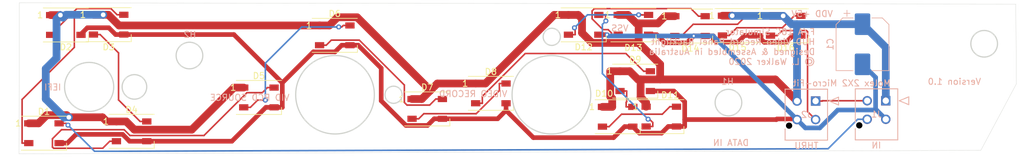
<source format=kicad_pcb>
(kicad_pcb (version 20171130) (host pcbnew "(5.1.6)-1")

  (general
    (thickness 1.6)
    (drawings 101)
    (tracks 298)
    (zones 0)
    (modules 19)
    (nets 21)
  )

  (page A4)
  (layers
    (0 F.Cu signal)
    (31 B.Cu signal)
    (32 B.Adhes user)
    (33 F.Adhes user)
    (34 B.Paste user)
    (35 F.Paste user)
    (36 B.SilkS user)
    (37 F.SilkS user)
    (38 B.Mask user)
    (39 F.Mask user)
    (40 Dwgs.User user)
    (41 Cmts.User user)
    (42 Eco1.User user)
    (43 Eco2.User user)
    (44 Edge.Cuts user)
    (45 Margin user)
    (46 B.CrtYd user)
    (47 F.CrtYd user)
    (48 B.Fab user)
    (49 F.Fab user)
  )

  (setup
    (last_trace_width 0.25)
    (user_trace_width 0.25)
    (user_trace_width 0.75)
    (user_trace_width 1.25)
    (trace_clearance 0.2)
    (zone_clearance 0.508)
    (zone_45_only no)
    (trace_min 0.2)
    (via_size 0.8)
    (via_drill 0.4)
    (via_min_size 0.4)
    (via_min_drill 0.3)
    (uvia_size 0.3)
    (uvia_drill 0.1)
    (uvias_allowed no)
    (uvia_min_size 0.2)
    (uvia_min_drill 0.1)
    (edge_width 0.05)
    (segment_width 0.2)
    (pcb_text_width 0.3)
    (pcb_text_size 1.5 1.5)
    (mod_edge_width 0.12)
    (mod_text_size 1 1)
    (mod_text_width 0.15)
    (pad_size 1.524 1.524)
    (pad_drill 0.762)
    (pad_to_mask_clearance 0.05)
    (aux_axis_origin 0 0)
    (visible_elements 7FFFFFFF)
    (pcbplotparams
      (layerselection 0x010fc_ffffffff)
      (usegerberextensions false)
      (usegerberattributes true)
      (usegerberadvancedattributes true)
      (creategerberjobfile true)
      (excludeedgelayer true)
      (linewidth 0.100000)
      (plotframeref false)
      (viasonmask false)
      (mode 1)
      (useauxorigin false)
      (hpglpennumber 1)
      (hpglpenspeed 20)
      (hpglpendiameter 15.000000)
      (psnegative false)
      (psa4output false)
      (plotreference true)
      (plotvalue true)
      (plotinvisibletext false)
      (padsonsilk false)
      (subtractmaskfromsilk false)
      (outputformat 1)
      (mirror false)
      (drillshape 1)
      (scaleselection 1)
      (outputdirectory ""))
  )

  (net 0 "")
  (net 1 "Net-(D1-Pad2)")
  (net 2 "Net-(D1-Pad4)")
  (net 3 "Net-(D2-Pad2)")
  (net 4 "Net-(D3-Pad2)")
  (net 5 "Net-(D4-Pad2)")
  (net 6 "Net-(D5-Pad2)")
  (net 7 "Net-(D6-Pad2)")
  (net 8 "Net-(D7-Pad2)")
  (net 9 "Net-(D8-Pad2)")
  (net 10 "Net-(D10-Pad4)")
  (net 11 "Net-(D10-Pad2)")
  (net 12 "Net-(D11-Pad2)")
  (net 13 "Net-(D12-Pad2)")
  (net 14 "Net-(D13-Pad2)")
  (net 15 "Net-(D14-Pad2)")
  (net 16 "Net-(D15-Pad2)")
  (net 17 "Net-(D16-Pad2)")
  (net 18 "Net-(J1-Pad2)")
  (net 19 /LEDGround)
  (net 20 /LED+5V)

  (net_class Default "This is the default net class."
    (clearance 0.2)
    (trace_width 0.25)
    (via_dia 0.8)
    (via_drill 0.4)
    (uvia_dia 0.3)
    (uvia_drill 0.1)
    (add_net "Net-(D1-Pad2)")
    (add_net "Net-(D1-Pad4)")
    (add_net "Net-(D10-Pad2)")
    (add_net "Net-(D10-Pad4)")
    (add_net "Net-(D11-Pad2)")
    (add_net "Net-(D12-Pad2)")
    (add_net "Net-(D13-Pad2)")
    (add_net "Net-(D14-Pad2)")
    (add_net "Net-(D15-Pad2)")
    (add_net "Net-(D16-Pad2)")
    (add_net "Net-(D2-Pad2)")
    (add_net "Net-(D3-Pad2)")
    (add_net "Net-(D4-Pad2)")
    (add_net "Net-(D5-Pad2)")
    (add_net "Net-(D6-Pad2)")
    (add_net "Net-(D7-Pad2)")
    (add_net "Net-(D8-Pad2)")
    (add_net "Net-(J1-Pad2)")
  )

  (net_class "LED +5" ""
    (clearance 0.2)
    (trace_width 1.25)
    (via_dia 1.25)
    (via_drill 0.75)
    (uvia_dia 0.3)
    (uvia_drill 0.1)
    (add_net /LED+5V)
  )

  (net_class LEDGround ""
    (clearance 0.2)
    (trace_width 0.75)
    (via_dia 0.75)
    (via_drill 0.35)
    (uvia_dia 0.3)
    (uvia_drill 0.1)
    (add_net /LEDGround)
  )

  (module footprints:2068320402 (layer B.Cu) (tedit 5F83E2FC) (tstamp 5F8897E3)
    (at 185.166 83.4644)
    (path /5F88F3F1)
    (fp_text reference J2 (at -1.495006 2.199999) (layer B.SilkS)
      (effects (font (size 1 1) (thickness 0.15)) (justify mirror))
    )
    (fp_text value Conn_01x04_Female (at -1.495006 2.199999) (layer B.SilkS) hide
      (effects (font (size 1 1) (thickness 0.15)) (justify mirror))
    )
    (fp_line (start 3.199994 7.6) (end -6.190006 7.6) (layer B.CrtYd) (width 0.1524))
    (fp_line (start 3.199994 -3.2) (end 3.199994 7.6) (layer B.CrtYd) (width 0.1524))
    (fp_line (start -6.190006 -3.2) (end 3.199994 -3.2) (layer B.CrtYd) (width 0.1524))
    (fp_line (start -6.190006 7.6) (end -6.190006 -3.2) (layer B.CrtYd) (width 0.1524))
    (fp_line (start -4.920006 3.451456) (end -4.920006 -1.93) (layer B.SilkS) (width 0.1524))
    (fp_line (start -4.920006 6.33) (end -4.920006 -1.93) (layer B.Fab) (width 0.1524))
    (fp_line (start 1.929994 6.33) (end -4.920006 6.33) (layer B.Fab) (width 0.1524))
    (fp_line (start 1.929994 -1.93) (end 1.929994 6.33) (layer B.Fab) (width 0.1524))
    (fp_line (start -4.920006 -1.93) (end 1.929994 -1.93) (layer B.Fab) (width 0.1524))
    (fp_line (start -4.920006 6.33) (end -4.920006 4.508543) (layer B.SilkS) (width 0.1524))
    (fp_line (start 1.929994 6.33) (end -4.920006 6.33) (layer B.SilkS) (width 0.1524))
    (fp_line (start 1.929994 -1.93) (end 1.929994 6.33) (layer B.SilkS) (width 0.1524))
    (fp_line (start -4.920006 -1.93) (end 1.929994 -1.93) (layer B.SilkS) (width 0.1524))
    (fp_line (start 3.707993 -0.635) (end 2.183994 0) (layer B.Fab) (width 0.1524))
    (fp_line (start 3.707993 0.635) (end 3.707993 -0.635) (layer B.Fab) (width 0.1524))
    (fp_line (start 2.183994 0) (end 3.707993 0.635) (layer B.Fab) (width 0.1524))
    (fp_line (start 3.707993 -0.635) (end 2.183994 0) (layer B.SilkS) (width 0.1524))
    (fp_line (start 3.707993 0.635) (end 3.707993 -0.635) (layer B.SilkS) (width 0.1524))
    (fp_line (start 2.183994 0) (end 3.707993 0.635) (layer B.SilkS) (width 0.1524))
    (fp_text user * (at 0 0) (layer B.Fab)
      (effects (font (size 1 1) (thickness 0.15)) (justify mirror))
    )
    (fp_text user * (at 0 0) (layer B.SilkS)
      (effects (font (size 1 1) (thickness 0.15)) (justify mirror))
    )
    (fp_text user "Copyright 2016 Accelerated Designs. All rights reserved." (at 0 0) (layer Cmts.User)
      (effects (font (size 0.127 0.127) (thickness 0.002)))
    )
    (pad 5 np_thru_hole circle (at -4.279999 3.98) (size 1.02 1.02) (drill 1.016) (layers))
    (pad 4 thru_hole circle (at -2.999999 2.999999) (size 1.52 1.52) (drill 1.016) (layers *.Cu *.Mask)
      (net 19 /LEDGround))
    (pad 3 thru_hole circle (at 0 2.999999 270) (size 1.52 1.52) (drill 1.016) (layers *.Cu *.Mask)
      (net 17 "Net-(D16-Pad2)"))
    (pad 2 thru_hole circle (at -2.999999 0) (size 1.52 1.52) (drill 1.016) (layers *.Cu *.Mask)
      (net 20 /LED+5V))
    (pad 1 thru_hole rect (at 0 0 270) (size 1.52 1.52) (drill 1.016) (layers *.Cu *.Mask)
      (net 18 "Net-(J1-Pad2)"))
    (model C:/Users/lukew/Downloads/MOLEX_2068320402/2068320402.stp
      (offset (xyz -1.5 2.25 3.5))
      (scale (xyz 1 1 1))
      (rotate (xyz 0 0 0))
    )
  )

  (module footprints:2068320402 (layer B.Cu) (tedit 5F83E2FC) (tstamp 5F8897B6)
    (at 196.494 83.4136)
    (path /5F88D53A)
    (fp_text reference J1 (at -1.495006 2.199999) (layer B.SilkS)
      (effects (font (size 1 1) (thickness 0.15)) (justify mirror))
    )
    (fp_text value Conn_01x04_Female (at -1.495006 2.199999) (layer B.SilkS) hide
      (effects (font (size 1 1) (thickness 0.15)) (justify mirror))
    )
    (fp_line (start 3.199994 7.6) (end -6.190006 7.6) (layer B.CrtYd) (width 0.1524))
    (fp_line (start 3.199994 -3.2) (end 3.199994 7.6) (layer B.CrtYd) (width 0.1524))
    (fp_line (start -6.190006 -3.2) (end 3.199994 -3.2) (layer B.CrtYd) (width 0.1524))
    (fp_line (start -6.190006 7.6) (end -6.190006 -3.2) (layer B.CrtYd) (width 0.1524))
    (fp_line (start -4.920006 3.451456) (end -4.920006 -1.93) (layer B.SilkS) (width 0.1524))
    (fp_line (start -4.920006 6.33) (end -4.920006 -1.93) (layer B.Fab) (width 0.1524))
    (fp_line (start 1.929994 6.33) (end -4.920006 6.33) (layer B.Fab) (width 0.1524))
    (fp_line (start 1.929994 -1.93) (end 1.929994 6.33) (layer B.Fab) (width 0.1524))
    (fp_line (start -4.920006 -1.93) (end 1.929994 -1.93) (layer B.Fab) (width 0.1524))
    (fp_line (start -4.920006 6.33) (end -4.920006 4.508543) (layer B.SilkS) (width 0.1524))
    (fp_line (start 1.929994 6.33) (end -4.920006 6.33) (layer B.SilkS) (width 0.1524))
    (fp_line (start 1.929994 -1.93) (end 1.929994 6.33) (layer B.SilkS) (width 0.1524))
    (fp_line (start -4.920006 -1.93) (end 1.929994 -1.93) (layer B.SilkS) (width 0.1524))
    (fp_line (start 3.707993 -0.635) (end 2.183994 0) (layer B.Fab) (width 0.1524))
    (fp_line (start 3.707993 0.635) (end 3.707993 -0.635) (layer B.Fab) (width 0.1524))
    (fp_line (start 2.183994 0) (end 3.707993 0.635) (layer B.Fab) (width 0.1524))
    (fp_line (start 3.707993 -0.635) (end 2.183994 0) (layer B.SilkS) (width 0.1524))
    (fp_line (start 3.707993 0.635) (end 3.707993 -0.635) (layer B.SilkS) (width 0.1524))
    (fp_line (start 2.183994 0) (end 3.707993 0.635) (layer B.SilkS) (width 0.1524))
    (fp_text user * (at 0 0) (layer B.Fab)
      (effects (font (size 1 1) (thickness 0.15)) (justify mirror))
    )
    (fp_text user * (at 0 0) (layer B.SilkS)
      (effects (font (size 1 1) (thickness 0.15)) (justify mirror))
    )
    (fp_text user "Copyright 2016 Accelerated Designs. All rights reserved." (at 0 0) (layer Cmts.User)
      (effects (font (size 0.127 0.127) (thickness 0.002)))
    )
    (pad 5 np_thru_hole circle (at -4.279999 3.98) (size 1.02 1.02) (drill 1.016) (layers))
    (pad 4 thru_hole circle (at -2.999999 2.999999) (size 1.52 1.52) (drill 1.016) (layers *.Cu *.Mask)
      (net 2 "Net-(D1-Pad4)"))
    (pad 3 thru_hole circle (at 0 2.999999 270) (size 1.52 1.52) (drill 1.016) (layers *.Cu *.Mask)
      (net 19 /LEDGround))
    (pad 2 thru_hole circle (at -2.999999 0) (size 1.52 1.52) (drill 1.016) (layers *.Cu *.Mask)
      (net 18 "Net-(J1-Pad2)"))
    (pad 1 thru_hole rect (at 0 0 270) (size 1.52 1.52) (drill 1.016) (layers *.Cu *.Mask)
      (net 20 /LED+5V))
    (model C:/Users/lukew/Downloads/MOLEX_2068320402/2068320402.stp
      (offset (xyz -1.5 2.25 3.5))
      (scale (xyz 1 1 1))
      (rotate (xyz 0 0 0))
    )
  )

  (module LED_SMD:LED_WS2812B_PLCC4_5.0x5.0mm_P3.2mm (layer F.Cu) (tedit 5AA4B285) (tstamp 5F889789)
    (at 180.34 71.2724)
    (descr https://cdn-shop.adafruit.com/datasheets/WS2812B.pdf)
    (tags "LED RGB NeoPixel")
    (path /5F88BED3)
    (attr smd)
    (fp_text reference D16 (at 0 3.556) (layer F.SilkS)
      (effects (font (size 1 1) (thickness 0.15)))
    )
    (fp_text value WS2812B (at 0 4) (layer F.Fab)
      (effects (font (size 1 1) (thickness 0.15)))
    )
    (fp_circle (center 0 0) (end 0 -2) (layer F.Fab) (width 0.1))
    (fp_line (start 3.65 2.75) (end 3.65 1.6) (layer F.SilkS) (width 0.12))
    (fp_line (start -3.65 2.75) (end 3.65 2.75) (layer F.SilkS) (width 0.12))
    (fp_line (start -3.65 -2.75) (end 3.65 -2.75) (layer F.SilkS) (width 0.12))
    (fp_line (start 2.5 -2.5) (end -2.5 -2.5) (layer F.Fab) (width 0.1))
    (fp_line (start 2.5 2.5) (end 2.5 -2.5) (layer F.Fab) (width 0.1))
    (fp_line (start -2.5 2.5) (end 2.5 2.5) (layer F.Fab) (width 0.1))
    (fp_line (start -2.5 -2.5) (end -2.5 2.5) (layer F.Fab) (width 0.1))
    (fp_line (start 2.5 1.5) (end 1.5 2.5) (layer F.Fab) (width 0.1))
    (fp_line (start -3.45 -2.75) (end -3.45 2.75) (layer F.CrtYd) (width 0.05))
    (fp_line (start -3.45 2.75) (end 3.45 2.75) (layer F.CrtYd) (width 0.05))
    (fp_line (start 3.45 2.75) (end 3.45 -2.75) (layer F.CrtYd) (width 0.05))
    (fp_line (start 3.45 -2.75) (end -3.45 -2.75) (layer F.CrtYd) (width 0.05))
    (fp_text user %R (at 0 0) (layer F.Fab)
      (effects (font (size 0.8 0.8) (thickness 0.15)))
    )
    (fp_text user 1 (at -4.15 -1.6) (layer F.SilkS)
      (effects (font (size 1 1) (thickness 0.15)))
    )
    (pad 1 smd rect (at -2.45 -1.6) (size 1.5 1) (layers F.Cu F.Paste F.Mask)
      (net 20 /LED+5V))
    (pad 2 smd rect (at -2.45 1.6) (size 1.5 1) (layers F.Cu F.Paste F.Mask)
      (net 17 "Net-(D16-Pad2)"))
    (pad 4 smd rect (at 2.45 -1.6) (size 1.5 1) (layers F.Cu F.Paste F.Mask)
      (net 16 "Net-(D15-Pad2)"))
    (pad 3 smd rect (at 2.45 1.6) (size 1.5 1) (layers F.Cu F.Paste F.Mask)
      (net 19 /LEDGround))
    (model ${KISYS3DMOD}/LED_SMD.3dshapes/LED_WS2812B_PLCC4_5.0x5.0mm_P3.2mm.wrl
      (at (xyz 0 0 0))
      (scale (xyz 1 1 1))
      (rotate (xyz 0 0 0))
    )
  )

  (module LED_SMD:LED_WS2812B_PLCC4_5.0x5.0mm_P3.2mm (layer F.Cu) (tedit 5AA4B285) (tstamp 5F889772)
    (at 172.579 71.2468)
    (descr https://cdn-shop.adafruit.com/datasheets/WS2812B.pdf)
    (tags "LED RGB NeoPixel")
    (path /5F88B73D)
    (attr smd)
    (fp_text reference D15 (at -0.0114 3.5308) (layer F.SilkS)
      (effects (font (size 1 1) (thickness 0.15)))
    )
    (fp_text value WS2812B (at 0 4) (layer F.Fab)
      (effects (font (size 1 1) (thickness 0.15)))
    )
    (fp_circle (center 0 0) (end 0 -2) (layer F.Fab) (width 0.1))
    (fp_line (start 3.65 2.75) (end 3.65 1.6) (layer F.SilkS) (width 0.12))
    (fp_line (start -3.65 2.75) (end 3.65 2.75) (layer F.SilkS) (width 0.12))
    (fp_line (start -3.65 -2.75) (end 3.65 -2.75) (layer F.SilkS) (width 0.12))
    (fp_line (start 2.5 -2.5) (end -2.5 -2.5) (layer F.Fab) (width 0.1))
    (fp_line (start 2.5 2.5) (end 2.5 -2.5) (layer F.Fab) (width 0.1))
    (fp_line (start -2.5 2.5) (end 2.5 2.5) (layer F.Fab) (width 0.1))
    (fp_line (start -2.5 -2.5) (end -2.5 2.5) (layer F.Fab) (width 0.1))
    (fp_line (start 2.5 1.5) (end 1.5 2.5) (layer F.Fab) (width 0.1))
    (fp_line (start -3.45 -2.75) (end -3.45 2.75) (layer F.CrtYd) (width 0.05))
    (fp_line (start -3.45 2.75) (end 3.45 2.75) (layer F.CrtYd) (width 0.05))
    (fp_line (start 3.45 2.75) (end 3.45 -2.75) (layer F.CrtYd) (width 0.05))
    (fp_line (start 3.45 -2.75) (end -3.45 -2.75) (layer F.CrtYd) (width 0.05))
    (fp_text user %R (at 0 0) (layer F.Fab)
      (effects (font (size 0.8 0.8) (thickness 0.15)))
    )
    (fp_text user 1 (at -4.15 -1.6) (layer F.SilkS)
      (effects (font (size 1 1) (thickness 0.15)))
    )
    (pad 1 smd rect (at -2.45 -1.6) (size 1.5 1) (layers F.Cu F.Paste F.Mask)
      (net 20 /LED+5V))
    (pad 2 smd rect (at -2.45 1.6) (size 1.5 1) (layers F.Cu F.Paste F.Mask)
      (net 16 "Net-(D15-Pad2)"))
    (pad 4 smd rect (at 2.45 -1.6) (size 1.5 1) (layers F.Cu F.Paste F.Mask)
      (net 15 "Net-(D14-Pad2)"))
    (pad 3 smd rect (at 2.45 1.6) (size 1.5 1) (layers F.Cu F.Paste F.Mask)
      (net 19 /LEDGround))
    (model ${KISYS3DMOD}/LED_SMD.3dshapes/LED_WS2812B_PLCC4_5.0x5.0mm_P3.2mm.wrl
      (at (xyz 0 0 0))
      (scale (xyz 1 1 1))
      (rotate (xyz 0 0 0))
    )
  )

  (module LED_SMD:LED_WS2812B_PLCC4_5.0x5.0mm_P3.2mm (layer F.Cu) (tedit 5AA4B285) (tstamp 5F88975B)
    (at 164.897 71.3232)
    (descr https://cdn-shop.adafruit.com/datasheets/WS2812B.pdf)
    (tags "LED RGB NeoPixel")
    (path /5F88B281)
    (attr smd)
    (fp_text reference D14 (at 0.0506 3.6068) (layer F.SilkS)
      (effects (font (size 1 1) (thickness 0.15)))
    )
    (fp_text value WS2812B (at 0 4) (layer F.Fab)
      (effects (font (size 1 1) (thickness 0.15)))
    )
    (fp_circle (center 0 0) (end 0 -2) (layer F.Fab) (width 0.1))
    (fp_line (start 3.65 2.75) (end 3.65 1.6) (layer F.SilkS) (width 0.12))
    (fp_line (start -3.65 2.75) (end 3.65 2.75) (layer F.SilkS) (width 0.12))
    (fp_line (start -3.65 -2.75) (end 3.65 -2.75) (layer F.SilkS) (width 0.12))
    (fp_line (start 2.5 -2.5) (end -2.5 -2.5) (layer F.Fab) (width 0.1))
    (fp_line (start 2.5 2.5) (end 2.5 -2.5) (layer F.Fab) (width 0.1))
    (fp_line (start -2.5 2.5) (end 2.5 2.5) (layer F.Fab) (width 0.1))
    (fp_line (start -2.5 -2.5) (end -2.5 2.5) (layer F.Fab) (width 0.1))
    (fp_line (start 2.5 1.5) (end 1.5 2.5) (layer F.Fab) (width 0.1))
    (fp_line (start -3.45 -2.75) (end -3.45 2.75) (layer F.CrtYd) (width 0.05))
    (fp_line (start -3.45 2.75) (end 3.45 2.75) (layer F.CrtYd) (width 0.05))
    (fp_line (start 3.45 2.75) (end 3.45 -2.75) (layer F.CrtYd) (width 0.05))
    (fp_line (start 3.45 -2.75) (end -3.45 -2.75) (layer F.CrtYd) (width 0.05))
    (fp_text user %R (at 0 0) (layer F.Fab)
      (effects (font (size 0.8 0.8) (thickness 0.15)))
    )
    (fp_text user 1 (at -4.15 -1.6) (layer F.SilkS)
      (effects (font (size 1 1) (thickness 0.15)))
    )
    (pad 1 smd rect (at -2.45 -1.6) (size 1.5 1) (layers F.Cu F.Paste F.Mask)
      (net 20 /LED+5V))
    (pad 2 smd rect (at -2.45 1.6) (size 1.5 1) (layers F.Cu F.Paste F.Mask)
      (net 15 "Net-(D14-Pad2)"))
    (pad 4 smd rect (at 2.45 -1.6) (size 1.5 1) (layers F.Cu F.Paste F.Mask)
      (net 14 "Net-(D13-Pad2)"))
    (pad 3 smd rect (at 2.45 1.6) (size 1.5 1) (layers F.Cu F.Paste F.Mask)
      (net 19 /LEDGround))
    (model ${KISYS3DMOD}/LED_SMD.3dshapes/LED_WS2812B_PLCC4_5.0x5.0mm_P3.2mm.wrl
      (at (xyz 0 0 0))
      (scale (xyz 1 1 1))
      (rotate (xyz 0 0 0))
    )
  )

  (module LED_SMD:LED_WS2812B_PLCC4_5.0x5.0mm_P3.2mm (layer F.Cu) (tedit 5AA4B285) (tstamp 5F889744)
    (at 155.753 71.12)
    (descr https://cdn-shop.adafruit.com/datasheets/WS2812B.pdf)
    (tags "LED RGB NeoPixel")
    (path /5F88ADBD)
    (attr smd)
    (fp_text reference D13 (at 0 3.7084) (layer F.SilkS)
      (effects (font (size 1 1) (thickness 0.15)))
    )
    (fp_text value WS2812B (at 0 4) (layer F.Fab)
      (effects (font (size 1 1) (thickness 0.15)))
    )
    (fp_circle (center 0 0) (end 0 -2) (layer F.Fab) (width 0.1))
    (fp_line (start 3.65 2.75) (end 3.65 1.6) (layer F.SilkS) (width 0.12))
    (fp_line (start -3.65 2.75) (end 3.65 2.75) (layer F.SilkS) (width 0.12))
    (fp_line (start -3.65 -2.75) (end 3.65 -2.75) (layer F.SilkS) (width 0.12))
    (fp_line (start 2.5 -2.5) (end -2.5 -2.5) (layer F.Fab) (width 0.1))
    (fp_line (start 2.5 2.5) (end 2.5 -2.5) (layer F.Fab) (width 0.1))
    (fp_line (start -2.5 2.5) (end 2.5 2.5) (layer F.Fab) (width 0.1))
    (fp_line (start -2.5 -2.5) (end -2.5 2.5) (layer F.Fab) (width 0.1))
    (fp_line (start 2.5 1.5) (end 1.5 2.5) (layer F.Fab) (width 0.1))
    (fp_line (start -3.45 -2.75) (end -3.45 2.75) (layer F.CrtYd) (width 0.05))
    (fp_line (start -3.45 2.75) (end 3.45 2.75) (layer F.CrtYd) (width 0.05))
    (fp_line (start 3.45 2.75) (end 3.45 -2.75) (layer F.CrtYd) (width 0.05))
    (fp_line (start 3.45 -2.75) (end -3.45 -2.75) (layer F.CrtYd) (width 0.05))
    (fp_text user %R (at 0 0) (layer F.Fab)
      (effects (font (size 0.8 0.8) (thickness 0.15)))
    )
    (fp_text user 1 (at -4.15 -1.6) (layer F.SilkS)
      (effects (font (size 1 1) (thickness 0.15)))
    )
    (pad 1 smd rect (at -2.45 -1.6) (size 1.5 1) (layers F.Cu F.Paste F.Mask)
      (net 20 /LED+5V))
    (pad 2 smd rect (at -2.45 1.6) (size 1.5 1) (layers F.Cu F.Paste F.Mask)
      (net 14 "Net-(D13-Pad2)"))
    (pad 4 smd rect (at 2.45 -1.6) (size 1.5 1) (layers F.Cu F.Paste F.Mask)
      (net 13 "Net-(D12-Pad2)"))
    (pad 3 smd rect (at 2.45 1.6) (size 1.5 1) (layers F.Cu F.Paste F.Mask)
      (net 19 /LEDGround))
    (model ${KISYS3DMOD}/LED_SMD.3dshapes/LED_WS2812B_PLCC4_5.0x5.0mm_P3.2mm.wrl
      (at (xyz 0 0 0))
      (scale (xyz 1 1 1))
      (rotate (xyz 0 0 0))
    )
  )

  (module LED_SMD:LED_WS2812B_PLCC4_5.0x5.0mm_P3.2mm (layer F.Cu) (tedit 5AA4B285) (tstamp 5F88972D)
    (at 147.726 71.12)
    (descr https://cdn-shop.adafruit.com/datasheets/WS2812B.pdf)
    (tags "LED RGB NeoPixel")
    (path /5F88AAA3)
    (attr smd)
    (fp_text reference D12 (at 0 3.6068) (layer F.SilkS)
      (effects (font (size 1 1) (thickness 0.15)))
    )
    (fp_text value WS2812B (at 0 4) (layer F.Fab)
      (effects (font (size 1 1) (thickness 0.15)))
    )
    (fp_circle (center 0 0) (end 0 -2) (layer F.Fab) (width 0.1))
    (fp_line (start 3.65 2.75) (end 3.65 1.6) (layer F.SilkS) (width 0.12))
    (fp_line (start -3.65 2.75) (end 3.65 2.75) (layer F.SilkS) (width 0.12))
    (fp_line (start -3.65 -2.75) (end 3.65 -2.75) (layer F.SilkS) (width 0.12))
    (fp_line (start 2.5 -2.5) (end -2.5 -2.5) (layer F.Fab) (width 0.1))
    (fp_line (start 2.5 2.5) (end 2.5 -2.5) (layer F.Fab) (width 0.1))
    (fp_line (start -2.5 2.5) (end 2.5 2.5) (layer F.Fab) (width 0.1))
    (fp_line (start -2.5 -2.5) (end -2.5 2.5) (layer F.Fab) (width 0.1))
    (fp_line (start 2.5 1.5) (end 1.5 2.5) (layer F.Fab) (width 0.1))
    (fp_line (start -3.45 -2.75) (end -3.45 2.75) (layer F.CrtYd) (width 0.05))
    (fp_line (start -3.45 2.75) (end 3.45 2.75) (layer F.CrtYd) (width 0.05))
    (fp_line (start 3.45 2.75) (end 3.45 -2.75) (layer F.CrtYd) (width 0.05))
    (fp_line (start 3.45 -2.75) (end -3.45 -2.75) (layer F.CrtYd) (width 0.05))
    (fp_text user %R (at 0 0) (layer F.Fab)
      (effects (font (size 0.8 0.8) (thickness 0.15)))
    )
    (fp_text user 1 (at -4.15 -1.6) (layer F.SilkS)
      (effects (font (size 1 1) (thickness 0.15)))
    )
    (pad 1 smd rect (at -2.45 -1.6) (size 1.5 1) (layers F.Cu F.Paste F.Mask)
      (net 20 /LED+5V))
    (pad 2 smd rect (at -2.45 1.6) (size 1.5 1) (layers F.Cu F.Paste F.Mask)
      (net 13 "Net-(D12-Pad2)"))
    (pad 4 smd rect (at 2.45 -1.6) (size 1.5 1) (layers F.Cu F.Paste F.Mask)
      (net 12 "Net-(D11-Pad2)"))
    (pad 3 smd rect (at 2.45 1.6) (size 1.5 1) (layers F.Cu F.Paste F.Mask)
      (net 19 /LEDGround))
    (model ${KISYS3DMOD}/LED_SMD.3dshapes/LED_WS2812B_PLCC4_5.0x5.0mm_P3.2mm.wrl
      (at (xyz 0 0 0))
      (scale (xyz 1 1 1))
      (rotate (xyz 0 0 0))
    )
  )

  (module LED_SMD:LED_WS2812B_PLCC4_5.0x5.0mm_P3.2mm (layer F.Cu) (tedit 5AA4B285) (tstamp 5F889716)
    (at 160.262 85.9788)
    (descr https://cdn-shop.adafruit.com/datasheets/WS2812B.pdf)
    (tags "LED RGB NeoPixel")
    (path /5F88D221)
    (attr smd)
    (fp_text reference D11 (at 1.4344 -3.4796) (layer F.SilkS)
      (effects (font (size 1 1) (thickness 0.15)))
    )
    (fp_text value WS2812B (at 0 4) (layer F.Fab)
      (effects (font (size 1 1) (thickness 0.15)))
    )
    (fp_circle (center 0 0) (end 0 -2) (layer F.Fab) (width 0.1))
    (fp_line (start 3.65 2.75) (end 3.65 1.6) (layer F.SilkS) (width 0.12))
    (fp_line (start -3.65 2.75) (end 3.65 2.75) (layer F.SilkS) (width 0.12))
    (fp_line (start -3.65 -2.75) (end 3.65 -2.75) (layer F.SilkS) (width 0.12))
    (fp_line (start 2.5 -2.5) (end -2.5 -2.5) (layer F.Fab) (width 0.1))
    (fp_line (start 2.5 2.5) (end 2.5 -2.5) (layer F.Fab) (width 0.1))
    (fp_line (start -2.5 2.5) (end 2.5 2.5) (layer F.Fab) (width 0.1))
    (fp_line (start -2.5 -2.5) (end -2.5 2.5) (layer F.Fab) (width 0.1))
    (fp_line (start 2.5 1.5) (end 1.5 2.5) (layer F.Fab) (width 0.1))
    (fp_line (start -3.45 -2.75) (end -3.45 2.75) (layer F.CrtYd) (width 0.05))
    (fp_line (start -3.45 2.75) (end 3.45 2.75) (layer F.CrtYd) (width 0.05))
    (fp_line (start 3.45 2.75) (end 3.45 -2.75) (layer F.CrtYd) (width 0.05))
    (fp_line (start 3.45 -2.75) (end -3.45 -2.75) (layer F.CrtYd) (width 0.05))
    (fp_text user %R (at 0 0) (layer F.Fab)
      (effects (font (size 0.8 0.8) (thickness 0.15)))
    )
    (fp_text user 1 (at -4.15 -1.6) (layer F.SilkS)
      (effects (font (size 1 1) (thickness 0.15)))
    )
    (pad 1 smd rect (at -2.45 -1.6) (size 1.5 1) (layers F.Cu F.Paste F.Mask)
      (net 20 /LED+5V))
    (pad 2 smd rect (at -2.45 1.6) (size 1.5 1) (layers F.Cu F.Paste F.Mask)
      (net 12 "Net-(D11-Pad2)"))
    (pad 4 smd rect (at 2.45 -1.6) (size 1.5 1) (layers F.Cu F.Paste F.Mask)
      (net 11 "Net-(D10-Pad2)"))
    (pad 3 smd rect (at 2.45 1.6) (size 1.5 1) (layers F.Cu F.Paste F.Mask)
      (net 19 /LEDGround))
    (model ${KISYS3DMOD}/LED_SMD.3dshapes/LED_WS2812B_PLCC4_5.0x5.0mm_P3.2mm.wrl
      (at (xyz 0 0 0))
      (scale (xyz 1 1 1))
      (rotate (xyz 0 0 0))
    )
  )

  (module LED_SMD:LED_WS2812B_PLCC4_5.0x5.0mm_P3.2mm (layer F.Cu) (tedit 5AA4B285) (tstamp 5F8896FF)
    (at 153.213 86.0044)
    (descr https://cdn-shop.adafruit.com/datasheets/WS2812B.pdf)
    (tags "LED RGB NeoPixel")
    (path /5F88CD75)
    (attr smd)
    (fp_text reference D10 (at -2.1846 -3.7592) (layer F.SilkS)
      (effects (font (size 1 1) (thickness 0.15)))
    )
    (fp_text value WS2812B (at 0 4) (layer F.Fab)
      (effects (font (size 1 1) (thickness 0.15)))
    )
    (fp_circle (center 0 0) (end 0 -2) (layer F.Fab) (width 0.1))
    (fp_line (start 3.65 2.75) (end 3.65 1.6) (layer F.SilkS) (width 0.12))
    (fp_line (start -3.65 2.75) (end 3.65 2.75) (layer F.SilkS) (width 0.12))
    (fp_line (start -3.65 -2.75) (end 3.65 -2.75) (layer F.SilkS) (width 0.12))
    (fp_line (start 2.5 -2.5) (end -2.5 -2.5) (layer F.Fab) (width 0.1))
    (fp_line (start 2.5 2.5) (end 2.5 -2.5) (layer F.Fab) (width 0.1))
    (fp_line (start -2.5 2.5) (end 2.5 2.5) (layer F.Fab) (width 0.1))
    (fp_line (start -2.5 -2.5) (end -2.5 2.5) (layer F.Fab) (width 0.1))
    (fp_line (start 2.5 1.5) (end 1.5 2.5) (layer F.Fab) (width 0.1))
    (fp_line (start -3.45 -2.75) (end -3.45 2.75) (layer F.CrtYd) (width 0.05))
    (fp_line (start -3.45 2.75) (end 3.45 2.75) (layer F.CrtYd) (width 0.05))
    (fp_line (start 3.45 2.75) (end 3.45 -2.75) (layer F.CrtYd) (width 0.05))
    (fp_line (start 3.45 -2.75) (end -3.45 -2.75) (layer F.CrtYd) (width 0.05))
    (fp_text user %R (at 0 0) (layer F.Fab)
      (effects (font (size 0.8 0.8) (thickness 0.15)))
    )
    (fp_text user 1 (at -4.15 -1.6) (layer F.SilkS)
      (effects (font (size 1 1) (thickness 0.15)))
    )
    (pad 1 smd rect (at -2.45 -1.6) (size 1.5 1) (layers F.Cu F.Paste F.Mask)
      (net 20 /LED+5V))
    (pad 2 smd rect (at -2.45 1.6) (size 1.5 1) (layers F.Cu F.Paste F.Mask)
      (net 11 "Net-(D10-Pad2)"))
    (pad 4 smd rect (at 2.45 -1.6) (size 1.5 1) (layers F.Cu F.Paste F.Mask)
      (net 10 "Net-(D10-Pad4)"))
    (pad 3 smd rect (at 2.45 1.6) (size 1.5 1) (layers F.Cu F.Paste F.Mask)
      (net 19 /LEDGround))
    (model ${KISYS3DMOD}/LED_SMD.3dshapes/LED_WS2812B_PLCC4_5.0x5.0mm_P3.2mm.wrl
      (at (xyz 0 0 0))
      (scale (xyz 1 1 1))
      (rotate (xyz 0 0 0))
    )
  )

  (module LED_SMD:LED_WS2812B_PLCC4_5.0x5.0mm_P3.2mm (layer F.Cu) (tedit 5AA4B285) (tstamp 5F8896E8)
    (at 156.046 80.2388)
    (descr https://cdn-shop.adafruit.com/datasheets/WS2812B.pdf)
    (tags "LED RGB NeoPixel")
    (path /5F88C645)
    (attr smd)
    (fp_text reference D9 (at 0 -3.5) (layer F.SilkS)
      (effects (font (size 1 1) (thickness 0.15)))
    )
    (fp_text value WS2812B (at 0 4) (layer F.Fab)
      (effects (font (size 1 1) (thickness 0.15)))
    )
    (fp_circle (center 0 0) (end 0 -2) (layer F.Fab) (width 0.1))
    (fp_line (start 3.65 2.75) (end 3.65 1.6) (layer F.SilkS) (width 0.12))
    (fp_line (start -3.65 2.75) (end 3.65 2.75) (layer F.SilkS) (width 0.12))
    (fp_line (start -3.65 -2.75) (end 3.65 -2.75) (layer F.SilkS) (width 0.12))
    (fp_line (start 2.5 -2.5) (end -2.5 -2.5) (layer F.Fab) (width 0.1))
    (fp_line (start 2.5 2.5) (end 2.5 -2.5) (layer F.Fab) (width 0.1))
    (fp_line (start -2.5 2.5) (end 2.5 2.5) (layer F.Fab) (width 0.1))
    (fp_line (start -2.5 -2.5) (end -2.5 2.5) (layer F.Fab) (width 0.1))
    (fp_line (start 2.5 1.5) (end 1.5 2.5) (layer F.Fab) (width 0.1))
    (fp_line (start -3.45 -2.75) (end -3.45 2.75) (layer F.CrtYd) (width 0.05))
    (fp_line (start -3.45 2.75) (end 3.45 2.75) (layer F.CrtYd) (width 0.05))
    (fp_line (start 3.45 2.75) (end 3.45 -2.75) (layer F.CrtYd) (width 0.05))
    (fp_line (start 3.45 -2.75) (end -3.45 -2.75) (layer F.CrtYd) (width 0.05))
    (fp_text user %R (at 0 0) (layer F.Fab)
      (effects (font (size 0.8 0.8) (thickness 0.15)))
    )
    (fp_text user 1 (at -4.15 -1.6) (layer F.SilkS)
      (effects (font (size 1 1) (thickness 0.15)))
    )
    (pad 1 smd rect (at -2.45 -1.6) (size 1.5 1) (layers F.Cu F.Paste F.Mask)
      (net 20 /LED+5V))
    (pad 2 smd rect (at -2.45 1.6) (size 1.5 1) (layers F.Cu F.Paste F.Mask)
      (net 10 "Net-(D10-Pad4)"))
    (pad 4 smd rect (at 2.45 -1.6) (size 1.5 1) (layers F.Cu F.Paste F.Mask)
      (net 9 "Net-(D8-Pad2)"))
    (pad 3 smd rect (at 2.45 1.6) (size 1.5 1) (layers F.Cu F.Paste F.Mask)
      (net 19 /LEDGround))
    (model ${KISYS3DMOD}/LED_SMD.3dshapes/LED_WS2812B_PLCC4_5.0x5.0mm_P3.2mm.wrl
      (at (xyz 0 0 0))
      (scale (xyz 1 1 1))
      (rotate (xyz 0 0 0))
    )
  )

  (module LED_SMD:LED_WS2812B_PLCC4_5.0x5.0mm_P3.2mm (layer F.Cu) (tedit 5AA4B285) (tstamp 5F8896D1)
    (at 132.752 82.2196)
    (descr https://cdn-shop.adafruit.com/datasheets/WS2812B.pdf)
    (tags "LED RGB NeoPixel")
    (path /5F88A61F)
    (attr smd)
    (fp_text reference D8 (at 0 -3.5) (layer F.SilkS)
      (effects (font (size 1 1) (thickness 0.15)))
    )
    (fp_text value WS2812B (at 0 4) (layer F.Fab)
      (effects (font (size 1 1) (thickness 0.15)))
    )
    (fp_circle (center 0 0) (end 0 -2) (layer F.Fab) (width 0.1))
    (fp_line (start 3.65 2.75) (end 3.65 1.6) (layer F.SilkS) (width 0.12))
    (fp_line (start -3.65 2.75) (end 3.65 2.75) (layer F.SilkS) (width 0.12))
    (fp_line (start -3.65 -2.75) (end 3.65 -2.75) (layer F.SilkS) (width 0.12))
    (fp_line (start 2.5 -2.5) (end -2.5 -2.5) (layer F.Fab) (width 0.1))
    (fp_line (start 2.5 2.5) (end 2.5 -2.5) (layer F.Fab) (width 0.1))
    (fp_line (start -2.5 2.5) (end 2.5 2.5) (layer F.Fab) (width 0.1))
    (fp_line (start -2.5 -2.5) (end -2.5 2.5) (layer F.Fab) (width 0.1))
    (fp_line (start 2.5 1.5) (end 1.5 2.5) (layer F.Fab) (width 0.1))
    (fp_line (start -3.45 -2.75) (end -3.45 2.75) (layer F.CrtYd) (width 0.05))
    (fp_line (start -3.45 2.75) (end 3.45 2.75) (layer F.CrtYd) (width 0.05))
    (fp_line (start 3.45 2.75) (end 3.45 -2.75) (layer F.CrtYd) (width 0.05))
    (fp_line (start 3.45 -2.75) (end -3.45 -2.75) (layer F.CrtYd) (width 0.05))
    (fp_text user %R (at 0 0) (layer F.Fab)
      (effects (font (size 0.8 0.8) (thickness 0.15)))
    )
    (fp_text user 1 (at -4.15 -1.6) (layer F.SilkS)
      (effects (font (size 1 1) (thickness 0.15)))
    )
    (pad 1 smd rect (at -2.45 -1.6) (size 1.5 1) (layers F.Cu F.Paste F.Mask)
      (net 20 /LED+5V))
    (pad 2 smd rect (at -2.45 1.6) (size 1.5 1) (layers F.Cu F.Paste F.Mask)
      (net 9 "Net-(D8-Pad2)"))
    (pad 4 smd rect (at 2.45 -1.6) (size 1.5 1) (layers F.Cu F.Paste F.Mask)
      (net 8 "Net-(D7-Pad2)"))
    (pad 3 smd rect (at 2.45 1.6) (size 1.5 1) (layers F.Cu F.Paste F.Mask)
      (net 19 /LEDGround))
    (model ${KISYS3DMOD}/LED_SMD.3dshapes/LED_WS2812B_PLCC4_5.0x5.0mm_P3.2mm.wrl
      (at (xyz 0 0 0))
      (scale (xyz 1 1 1))
      (rotate (xyz 0 0 0))
    )
  )

  (module LED_SMD:LED_WS2812B_PLCC4_5.0x5.0mm_P3.2mm (layer F.Cu) (tedit 5AA4B285) (tstamp 5F8896BA)
    (at 122.479 84.7344)
    (descr https://cdn-shop.adafruit.com/datasheets/WS2812B.pdf)
    (tags "LED RGB NeoPixel")
    (path /5F88A225)
    (attr smd)
    (fp_text reference D7 (at 0 -3.5) (layer F.SilkS)
      (effects (font (size 1 1) (thickness 0.15)))
    )
    (fp_text value WS2812B (at 0 4) (layer F.Fab)
      (effects (font (size 1 1) (thickness 0.15)))
    )
    (fp_circle (center 0 0) (end 0 -2) (layer F.Fab) (width 0.1))
    (fp_line (start 3.65 2.75) (end 3.65 1.6) (layer F.SilkS) (width 0.12))
    (fp_line (start -3.65 2.75) (end 3.65 2.75) (layer F.SilkS) (width 0.12))
    (fp_line (start -3.65 -2.75) (end 3.65 -2.75) (layer F.SilkS) (width 0.12))
    (fp_line (start 2.5 -2.5) (end -2.5 -2.5) (layer F.Fab) (width 0.1))
    (fp_line (start 2.5 2.5) (end 2.5 -2.5) (layer F.Fab) (width 0.1))
    (fp_line (start -2.5 2.5) (end 2.5 2.5) (layer F.Fab) (width 0.1))
    (fp_line (start -2.5 -2.5) (end -2.5 2.5) (layer F.Fab) (width 0.1))
    (fp_line (start 2.5 1.5) (end 1.5 2.5) (layer F.Fab) (width 0.1))
    (fp_line (start -3.45 -2.75) (end -3.45 2.75) (layer F.CrtYd) (width 0.05))
    (fp_line (start -3.45 2.75) (end 3.45 2.75) (layer F.CrtYd) (width 0.05))
    (fp_line (start 3.45 2.75) (end 3.45 -2.75) (layer F.CrtYd) (width 0.05))
    (fp_line (start 3.45 -2.75) (end -3.45 -2.75) (layer F.CrtYd) (width 0.05))
    (fp_text user %R (at 0 0) (layer F.Fab)
      (effects (font (size 0.8 0.8) (thickness 0.15)))
    )
    (fp_text user 1 (at -4.15 -1.6) (layer F.SilkS)
      (effects (font (size 1 1) (thickness 0.15)))
    )
    (pad 1 smd rect (at -2.45 -1.6) (size 1.5 1) (layers F.Cu F.Paste F.Mask)
      (net 20 /LED+5V))
    (pad 2 smd rect (at -2.45 1.6) (size 1.5 1) (layers F.Cu F.Paste F.Mask)
      (net 8 "Net-(D7-Pad2)"))
    (pad 4 smd rect (at 2.45 -1.6) (size 1.5 1) (layers F.Cu F.Paste F.Mask)
      (net 7 "Net-(D6-Pad2)"))
    (pad 3 smd rect (at 2.45 1.6) (size 1.5 1) (layers F.Cu F.Paste F.Mask)
      (net 19 /LEDGround))
    (model ${KISYS3DMOD}/LED_SMD.3dshapes/LED_WS2812B_PLCC4_5.0x5.0mm_P3.2mm.wrl
      (at (xyz 0 0 0))
      (scale (xyz 1 1 1))
      (rotate (xyz 0 0 0))
    )
  )

  (module LED_SMD:LED_WS2812B_PLCC4_5.0x5.0mm_P3.2mm (layer F.Cu) (tedit 5AA4B285) (tstamp 5F8896A3)
    (at 107.555 72.8216)
    (descr https://cdn-shop.adafruit.com/datasheets/WS2812B.pdf)
    (tags "LED RGB NeoPixel")
    (path /5F889C91)
    (attr smd)
    (fp_text reference D6 (at 0 -3.5) (layer F.SilkS)
      (effects (font (size 1 1) (thickness 0.15)))
    )
    (fp_text value WS2812B (at 0 4) (layer F.Fab)
      (effects (font (size 1 1) (thickness 0.15)))
    )
    (fp_circle (center 0 0) (end 0 -2) (layer F.Fab) (width 0.1))
    (fp_line (start 3.65 2.75) (end 3.65 1.6) (layer F.SilkS) (width 0.12))
    (fp_line (start -3.65 2.75) (end 3.65 2.75) (layer F.SilkS) (width 0.12))
    (fp_line (start -3.65 -2.75) (end 3.65 -2.75) (layer F.SilkS) (width 0.12))
    (fp_line (start 2.5 -2.5) (end -2.5 -2.5) (layer F.Fab) (width 0.1))
    (fp_line (start 2.5 2.5) (end 2.5 -2.5) (layer F.Fab) (width 0.1))
    (fp_line (start -2.5 2.5) (end 2.5 2.5) (layer F.Fab) (width 0.1))
    (fp_line (start -2.5 -2.5) (end -2.5 2.5) (layer F.Fab) (width 0.1))
    (fp_line (start 2.5 1.5) (end 1.5 2.5) (layer F.Fab) (width 0.1))
    (fp_line (start -3.45 -2.75) (end -3.45 2.75) (layer F.CrtYd) (width 0.05))
    (fp_line (start -3.45 2.75) (end 3.45 2.75) (layer F.CrtYd) (width 0.05))
    (fp_line (start 3.45 2.75) (end 3.45 -2.75) (layer F.CrtYd) (width 0.05))
    (fp_line (start 3.45 -2.75) (end -3.45 -2.75) (layer F.CrtYd) (width 0.05))
    (fp_text user %R (at 0 0) (layer F.Fab)
      (effects (font (size 0.8 0.8) (thickness 0.15)))
    )
    (fp_text user 1 (at -4.15 -1.6) (layer F.SilkS)
      (effects (font (size 1 1) (thickness 0.15)))
    )
    (pad 1 smd rect (at -2.45 -1.6) (size 1.5 1) (layers F.Cu F.Paste F.Mask)
      (net 20 /LED+5V))
    (pad 2 smd rect (at -2.45 1.6) (size 1.5 1) (layers F.Cu F.Paste F.Mask)
      (net 7 "Net-(D6-Pad2)"))
    (pad 4 smd rect (at 2.45 -1.6) (size 1.5 1) (layers F.Cu F.Paste F.Mask)
      (net 6 "Net-(D5-Pad2)"))
    (pad 3 smd rect (at 2.45 1.6) (size 1.5 1) (layers F.Cu F.Paste F.Mask)
      (net 19 /LEDGround))
    (model ${KISYS3DMOD}/LED_SMD.3dshapes/LED_WS2812B_PLCC4_5.0x5.0mm_P3.2mm.wrl
      (at (xyz 0 0 0))
      (scale (xyz 1 1 1))
      (rotate (xyz 0 0 0))
    )
  )

  (module LED_SMD:LED_WS2812B_PLCC4_5.0x5.0mm_P3.2mm (layer F.Cu) (tedit 5AA4B285) (tstamp 5F88968C)
    (at 95.3124 82.88)
    (descr https://cdn-shop.adafruit.com/datasheets/WS2812B.pdf)
    (tags "LED RGB NeoPixel")
    (path /5F8895A7)
    (attr smd)
    (fp_text reference D5 (at 0 -3.5) (layer F.SilkS)
      (effects (font (size 1 1) (thickness 0.15)))
    )
    (fp_text value WS2812B (at 0 4) (layer F.Fab)
      (effects (font (size 1 1) (thickness 0.15)))
    )
    (fp_circle (center 0 0) (end 0 -2) (layer F.Fab) (width 0.1))
    (fp_line (start 3.65 2.75) (end 3.65 1.6) (layer F.SilkS) (width 0.12))
    (fp_line (start -3.65 2.75) (end 3.65 2.75) (layer F.SilkS) (width 0.12))
    (fp_line (start -3.65 -2.75) (end 3.65 -2.75) (layer F.SilkS) (width 0.12))
    (fp_line (start 2.5 -2.5) (end -2.5 -2.5) (layer F.Fab) (width 0.1))
    (fp_line (start 2.5 2.5) (end 2.5 -2.5) (layer F.Fab) (width 0.1))
    (fp_line (start -2.5 2.5) (end 2.5 2.5) (layer F.Fab) (width 0.1))
    (fp_line (start -2.5 -2.5) (end -2.5 2.5) (layer F.Fab) (width 0.1))
    (fp_line (start 2.5 1.5) (end 1.5 2.5) (layer F.Fab) (width 0.1))
    (fp_line (start -3.45 -2.75) (end -3.45 2.75) (layer F.CrtYd) (width 0.05))
    (fp_line (start -3.45 2.75) (end 3.45 2.75) (layer F.CrtYd) (width 0.05))
    (fp_line (start 3.45 2.75) (end 3.45 -2.75) (layer F.CrtYd) (width 0.05))
    (fp_line (start 3.45 -2.75) (end -3.45 -2.75) (layer F.CrtYd) (width 0.05))
    (fp_text user %R (at 0 0) (layer F.Fab)
      (effects (font (size 0.8 0.8) (thickness 0.15)))
    )
    (fp_text user 1 (at -4.15 -1.6) (layer F.SilkS)
      (effects (font (size 1 1) (thickness 0.15)))
    )
    (pad 1 smd rect (at -2.45 -1.6) (size 1.5 1) (layers F.Cu F.Paste F.Mask)
      (net 20 /LED+5V))
    (pad 2 smd rect (at -2.45 1.6) (size 1.5 1) (layers F.Cu F.Paste F.Mask)
      (net 6 "Net-(D5-Pad2)"))
    (pad 4 smd rect (at 2.45 -1.6) (size 1.5 1) (layers F.Cu F.Paste F.Mask)
      (net 5 "Net-(D4-Pad2)"))
    (pad 3 smd rect (at 2.45 1.6) (size 1.5 1) (layers F.Cu F.Paste F.Mask)
      (net 19 /LEDGround))
    (model ${KISYS3DMOD}/LED_SMD.3dshapes/LED_WS2812B_PLCC4_5.0x5.0mm_P3.2mm.wrl
      (at (xyz 0 0 0))
      (scale (xyz 1 1 1))
      (rotate (xyz 0 0 0))
    )
  )

  (module LED_SMD:LED_WS2812B_PLCC4_5.0x5.0mm_P3.2mm (layer F.Cu) (tedit 5AA4B285) (tstamp 5F889675)
    (at 74.766 88.3664)
    (descr https://cdn-shop.adafruit.com/datasheets/WS2812B.pdf)
    (tags "LED RGB NeoPixel")
    (path /5F886B1D)
    (attr smd)
    (fp_text reference D4 (at 0 -3.5) (layer F.SilkS)
      (effects (font (size 1 1) (thickness 0.15)))
    )
    (fp_text value WS2812B (at 0 4) (layer F.Fab)
      (effects (font (size 1 1) (thickness 0.15)))
    )
    (fp_circle (center 0 0) (end 0 -2) (layer F.Fab) (width 0.1))
    (fp_line (start 3.65 2.75) (end 3.65 1.6) (layer F.SilkS) (width 0.12))
    (fp_line (start -3.65 2.75) (end 3.65 2.75) (layer F.SilkS) (width 0.12))
    (fp_line (start -3.65 -2.75) (end 3.65 -2.75) (layer F.SilkS) (width 0.12))
    (fp_line (start 2.5 -2.5) (end -2.5 -2.5) (layer F.Fab) (width 0.1))
    (fp_line (start 2.5 2.5) (end 2.5 -2.5) (layer F.Fab) (width 0.1))
    (fp_line (start -2.5 2.5) (end 2.5 2.5) (layer F.Fab) (width 0.1))
    (fp_line (start -2.5 -2.5) (end -2.5 2.5) (layer F.Fab) (width 0.1))
    (fp_line (start 2.5 1.5) (end 1.5 2.5) (layer F.Fab) (width 0.1))
    (fp_line (start -3.45 -2.75) (end -3.45 2.75) (layer F.CrtYd) (width 0.05))
    (fp_line (start -3.45 2.75) (end 3.45 2.75) (layer F.CrtYd) (width 0.05))
    (fp_line (start 3.45 2.75) (end 3.45 -2.75) (layer F.CrtYd) (width 0.05))
    (fp_line (start 3.45 -2.75) (end -3.45 -2.75) (layer F.CrtYd) (width 0.05))
    (fp_text user %R (at 0 0) (layer F.Fab)
      (effects (font (size 0.8 0.8) (thickness 0.15)))
    )
    (fp_text user 1 (at -4.15 -1.6) (layer F.SilkS)
      (effects (font (size 1 1) (thickness 0.15)))
    )
    (pad 1 smd rect (at -2.45 -1.6) (size 1.5 1) (layers F.Cu F.Paste F.Mask)
      (net 20 /LED+5V))
    (pad 2 smd rect (at -2.45 1.6) (size 1.5 1) (layers F.Cu F.Paste F.Mask)
      (net 5 "Net-(D4-Pad2)"))
    (pad 4 smd rect (at 2.45 -1.6) (size 1.5 1) (layers F.Cu F.Paste F.Mask)
      (net 4 "Net-(D3-Pad2)"))
    (pad 3 smd rect (at 2.45 1.6) (size 1.5 1) (layers F.Cu F.Paste F.Mask)
      (net 19 /LEDGround))
    (model ${KISYS3DMOD}/LED_SMD.3dshapes/LED_WS2812B_PLCC4_5.0x5.0mm_P3.2mm.wrl
      (at (xyz 0 0 0))
      (scale (xyz 1 1 1))
      (rotate (xyz 0 0 0))
    )
  )

  (module LED_SMD:LED_WS2812B_PLCC4_5.0x5.0mm_P3.2mm (layer F.Cu) (tedit 5AA4B285) (tstamp 5F88965E)
    (at 71.0576 71.0944)
    (descr https://cdn-shop.adafruit.com/datasheets/WS2812B.pdf)
    (tags "LED RGB NeoPixel")
    (path /5F885DB9)
    (attr smd)
    (fp_text reference D3 (at 0.0116 3.6324) (layer F.SilkS)
      (effects (font (size 1 1) (thickness 0.15)))
    )
    (fp_text value WS2812B (at 0 4) (layer F.Fab)
      (effects (font (size 1 1) (thickness 0.15)))
    )
    (fp_circle (center 0 0) (end 0 -2) (layer F.Fab) (width 0.1))
    (fp_line (start 3.65 2.75) (end 3.65 1.6) (layer F.SilkS) (width 0.12))
    (fp_line (start -3.65 2.75) (end 3.65 2.75) (layer F.SilkS) (width 0.12))
    (fp_line (start -3.65 -2.75) (end 3.65 -2.75) (layer F.SilkS) (width 0.12))
    (fp_line (start 2.5 -2.5) (end -2.5 -2.5) (layer F.Fab) (width 0.1))
    (fp_line (start 2.5 2.5) (end 2.5 -2.5) (layer F.Fab) (width 0.1))
    (fp_line (start -2.5 2.5) (end 2.5 2.5) (layer F.Fab) (width 0.1))
    (fp_line (start -2.5 -2.5) (end -2.5 2.5) (layer F.Fab) (width 0.1))
    (fp_line (start 2.5 1.5) (end 1.5 2.5) (layer F.Fab) (width 0.1))
    (fp_line (start -3.45 -2.75) (end -3.45 2.75) (layer F.CrtYd) (width 0.05))
    (fp_line (start -3.45 2.75) (end 3.45 2.75) (layer F.CrtYd) (width 0.05))
    (fp_line (start 3.45 2.75) (end 3.45 -2.75) (layer F.CrtYd) (width 0.05))
    (fp_line (start 3.45 -2.75) (end -3.45 -2.75) (layer F.CrtYd) (width 0.05))
    (fp_text user %R (at 0 0) (layer F.Fab)
      (effects (font (size 0.8 0.8) (thickness 0.15)))
    )
    (fp_text user 1 (at -4.15 -1.6) (layer F.SilkS)
      (effects (font (size 1 1) (thickness 0.15)))
    )
    (pad 1 smd rect (at -2.45 -1.6) (size 1.5 1) (layers F.Cu F.Paste F.Mask)
      (net 20 /LED+5V))
    (pad 2 smd rect (at -2.45 1.6) (size 1.5 1) (layers F.Cu F.Paste F.Mask)
      (net 4 "Net-(D3-Pad2)"))
    (pad 4 smd rect (at 2.45 -1.6) (size 1.5 1) (layers F.Cu F.Paste F.Mask)
      (net 3 "Net-(D2-Pad2)"))
    (pad 3 smd rect (at 2.45 1.6) (size 1.5 1) (layers F.Cu F.Paste F.Mask)
      (net 19 /LEDGround))
    (model ${KISYS3DMOD}/LED_SMD.3dshapes/LED_WS2812B_PLCC4_5.0x5.0mm_P3.2mm.wrl
      (at (xyz 0 0 0))
      (scale (xyz 1 1 1))
      (rotate (xyz 0 0 0))
    )
  )

  (module LED_SMD:LED_WS2812B_PLCC4_5.0x5.0mm_P3.2mm (layer F.Cu) (tedit 5AA4B285) (tstamp 5F889647)
    (at 64.1488 71.1452)
    (descr https://cdn-shop.adafruit.com/datasheets/WS2812B.pdf)
    (tags "LED RGB NeoPixel")
    (path /5F8847FE)
    (attr smd)
    (fp_text reference D2 (at 0 3.5816) (layer F.SilkS)
      (effects (font (size 1 1) (thickness 0.15)))
    )
    (fp_text value WS2812B (at 0 4) (layer F.Fab)
      (effects (font (size 1 1) (thickness 0.15)))
    )
    (fp_circle (center 0 0) (end 0 -2) (layer F.Fab) (width 0.1))
    (fp_line (start 3.65 2.75) (end 3.65 1.6) (layer F.SilkS) (width 0.12))
    (fp_line (start -3.65 2.75) (end 3.65 2.75) (layer F.SilkS) (width 0.12))
    (fp_line (start -3.65 -2.75) (end 3.65 -2.75) (layer F.SilkS) (width 0.12))
    (fp_line (start 2.5 -2.5) (end -2.5 -2.5) (layer F.Fab) (width 0.1))
    (fp_line (start 2.5 2.5) (end 2.5 -2.5) (layer F.Fab) (width 0.1))
    (fp_line (start -2.5 2.5) (end 2.5 2.5) (layer F.Fab) (width 0.1))
    (fp_line (start -2.5 -2.5) (end -2.5 2.5) (layer F.Fab) (width 0.1))
    (fp_line (start 2.5 1.5) (end 1.5 2.5) (layer F.Fab) (width 0.1))
    (fp_line (start -3.45 -2.75) (end -3.45 2.75) (layer F.CrtYd) (width 0.05))
    (fp_line (start -3.45 2.75) (end 3.45 2.75) (layer F.CrtYd) (width 0.05))
    (fp_line (start 3.45 2.75) (end 3.45 -2.75) (layer F.CrtYd) (width 0.05))
    (fp_line (start 3.45 -2.75) (end -3.45 -2.75) (layer F.CrtYd) (width 0.05))
    (fp_text user %R (at 0 0) (layer F.Fab)
      (effects (font (size 0.8 0.8) (thickness 0.15)))
    )
    (fp_text user 1 (at -4.15 -1.6) (layer F.SilkS)
      (effects (font (size 1 1) (thickness 0.15)))
    )
    (pad 1 smd rect (at -2.45 -1.6) (size 1.5 1) (layers F.Cu F.Paste F.Mask)
      (net 20 /LED+5V))
    (pad 2 smd rect (at -2.45 1.6) (size 1.5 1) (layers F.Cu F.Paste F.Mask)
      (net 3 "Net-(D2-Pad2)"))
    (pad 4 smd rect (at 2.45 -1.6) (size 1.5 1) (layers F.Cu F.Paste F.Mask)
      (net 1 "Net-(D1-Pad2)"))
    (pad 3 smd rect (at 2.45 1.6) (size 1.5 1) (layers F.Cu F.Paste F.Mask)
      (net 19 /LEDGround))
    (model ${KISYS3DMOD}/LED_SMD.3dshapes/LED_WS2812B_PLCC4_5.0x5.0mm_P3.2mm.wrl
      (at (xyz 0 0 0))
      (scale (xyz 1 1 1))
      (rotate (xyz 0 0 0))
    )
  )

  (module LED_SMD:LED_WS2812B_PLCC4_5.0x5.0mm_P3.2mm (layer F.Cu) (tedit 5AA4B285) (tstamp 5F889630)
    (at 60.616 88.6712)
    (descr https://cdn-shop.adafruit.com/datasheets/WS2812B.pdf)
    (tags "LED RGB NeoPixel")
    (path /5F88667B)
    (attr smd)
    (fp_text reference D1 (at 0 -3.5) (layer F.SilkS)
      (effects (font (size 1 1) (thickness 0.15)))
    )
    (fp_text value WS2812B (at 0 4) (layer F.Fab)
      (effects (font (size 1 1) (thickness 0.15)))
    )
    (fp_circle (center 0 0) (end 0 -2) (layer F.Fab) (width 0.1))
    (fp_line (start 3.65 2.75) (end 3.65 1.6) (layer F.SilkS) (width 0.12))
    (fp_line (start -3.65 2.75) (end 3.65 2.75) (layer F.SilkS) (width 0.12))
    (fp_line (start -3.65 -2.75) (end 3.65 -2.75) (layer F.SilkS) (width 0.12))
    (fp_line (start 2.5 -2.5) (end -2.5 -2.5) (layer F.Fab) (width 0.1))
    (fp_line (start 2.5 2.5) (end 2.5 -2.5) (layer F.Fab) (width 0.1))
    (fp_line (start -2.5 2.5) (end 2.5 2.5) (layer F.Fab) (width 0.1))
    (fp_line (start -2.5 -2.5) (end -2.5 2.5) (layer F.Fab) (width 0.1))
    (fp_line (start 2.5 1.5) (end 1.5 2.5) (layer F.Fab) (width 0.1))
    (fp_line (start -3.45 -2.75) (end -3.45 2.75) (layer F.CrtYd) (width 0.05))
    (fp_line (start -3.45 2.75) (end 3.45 2.75) (layer F.CrtYd) (width 0.05))
    (fp_line (start 3.45 2.75) (end 3.45 -2.75) (layer F.CrtYd) (width 0.05))
    (fp_line (start 3.45 -2.75) (end -3.45 -2.75) (layer F.CrtYd) (width 0.05))
    (fp_text user %R (at 0 0) (layer F.Fab)
      (effects (font (size 0.8 0.8) (thickness 0.15)))
    )
    (fp_text user 1 (at -4.15 -1.6) (layer F.SilkS)
      (effects (font (size 1 1) (thickness 0.15)))
    )
    (pad 1 smd rect (at -2.45 -1.6) (size 1.5 1) (layers F.Cu F.Paste F.Mask)
      (net 20 /LED+5V))
    (pad 2 smd rect (at -2.45 1.6) (size 1.5 1) (layers F.Cu F.Paste F.Mask)
      (net 1 "Net-(D1-Pad2)"))
    (pad 4 smd rect (at 2.45 -1.6) (size 1.5 1) (layers F.Cu F.Paste F.Mask)
      (net 2 "Net-(D1-Pad4)"))
    (pad 3 smd rect (at 2.45 1.6) (size 1.5 1) (layers F.Cu F.Paste F.Mask)
      (net 19 /LEDGround))
    (model ${KISYS3DMOD}/LED_SMD.3dshapes/LED_WS2812B_PLCC4_5.0x5.0mm_P3.2mm.wrl
      (at (xyz 0 0 0))
      (scale (xyz 1 1 1))
      (rotate (xyz 0 0 0))
    )
  )

  (module Capacitor_SMD:CP_Elec_8x10 (layer B.Cu) (tedit 5BCA39D0) (tstamp 5F889619)
    (at 192.735 74.2684 270)
    (descr "SMD capacitor, aluminum electrolytic, Nichicon, 8.0x10mm")
    (tags "capacitor electrolytic")
    (path /5F8A0D83)
    (attr smd)
    (fp_text reference C1 (at 0 5.2 90) (layer B.SilkS)
      (effects (font (size 1 1) (thickness 0.15)) (justify mirror))
    )
    (fp_text value C_Polarized (at 0 -5.2 90) (layer B.Fab)
      (effects (font (size 1 1) (thickness 0.15)) (justify mirror))
    )
    (fp_line (start -5.25 -1.5) (end -4.4 -1.5) (layer B.CrtYd) (width 0.05))
    (fp_line (start -5.25 1.5) (end -5.25 -1.5) (layer B.CrtYd) (width 0.05))
    (fp_line (start -4.4 1.5) (end -5.25 1.5) (layer B.CrtYd) (width 0.05))
    (fp_line (start -4.4 -1.5) (end -4.4 -3.25) (layer B.CrtYd) (width 0.05))
    (fp_line (start -4.4 3.25) (end -4.4 1.5) (layer B.CrtYd) (width 0.05))
    (fp_line (start -4.4 3.25) (end -3.25 4.4) (layer B.CrtYd) (width 0.05))
    (fp_line (start -4.4 -3.25) (end -3.25 -4.4) (layer B.CrtYd) (width 0.05))
    (fp_line (start -3.25 4.4) (end 4.4 4.4) (layer B.CrtYd) (width 0.05))
    (fp_line (start -3.25 -4.4) (end 4.4 -4.4) (layer B.CrtYd) (width 0.05))
    (fp_line (start 4.4 -1.5) (end 4.4 -4.4) (layer B.CrtYd) (width 0.05))
    (fp_line (start 5.25 -1.5) (end 4.4 -1.5) (layer B.CrtYd) (width 0.05))
    (fp_line (start 5.25 1.5) (end 5.25 -1.5) (layer B.CrtYd) (width 0.05))
    (fp_line (start 4.4 1.5) (end 5.25 1.5) (layer B.CrtYd) (width 0.05))
    (fp_line (start 4.4 4.4) (end 4.4 1.5) (layer B.CrtYd) (width 0.05))
    (fp_line (start -5 3.01) (end -5 2.01) (layer B.SilkS) (width 0.12))
    (fp_line (start -5.5 2.51) (end -4.5 2.51) (layer B.SilkS) (width 0.12))
    (fp_line (start -4.26 -3.195563) (end -3.195563 -4.26) (layer B.SilkS) (width 0.12))
    (fp_line (start -4.26 3.195563) (end -3.195563 4.26) (layer B.SilkS) (width 0.12))
    (fp_line (start -4.26 3.195563) (end -4.26 1.51) (layer B.SilkS) (width 0.12))
    (fp_line (start -4.26 -3.195563) (end -4.26 -1.51) (layer B.SilkS) (width 0.12))
    (fp_line (start -3.195563 -4.26) (end 4.26 -4.26) (layer B.SilkS) (width 0.12))
    (fp_line (start -3.195563 4.26) (end 4.26 4.26) (layer B.SilkS) (width 0.12))
    (fp_line (start 4.26 4.26) (end 4.26 1.51) (layer B.SilkS) (width 0.12))
    (fp_line (start 4.26 -4.26) (end 4.26 -1.51) (layer B.SilkS) (width 0.12))
    (fp_line (start -3.162278 1.9) (end -3.162278 1.1) (layer B.Fab) (width 0.1))
    (fp_line (start -3.562278 1.5) (end -2.762278 1.5) (layer B.Fab) (width 0.1))
    (fp_line (start -4.15 -3.15) (end -3.15 -4.15) (layer B.Fab) (width 0.1))
    (fp_line (start -4.15 3.15) (end -3.15 4.15) (layer B.Fab) (width 0.1))
    (fp_line (start -4.15 3.15) (end -4.15 -3.15) (layer B.Fab) (width 0.1))
    (fp_line (start -3.15 -4.15) (end 4.15 -4.15) (layer B.Fab) (width 0.1))
    (fp_line (start -3.15 4.15) (end 4.15 4.15) (layer B.Fab) (width 0.1))
    (fp_line (start 4.15 4.15) (end 4.15 -4.15) (layer B.Fab) (width 0.1))
    (fp_circle (center 0 0) (end 4 0) (layer B.Fab) (width 0.1))
    (fp_text user %R (at 0 0 90) (layer B.Fab)
      (effects (font (size 1 1) (thickness 0.15)) (justify mirror))
    )
    (pad 2 smd roundrect (at 3.25 0 270) (size 3.5 2.5) (layers B.Cu B.Paste B.Mask) (roundrect_rratio 0.1)
      (net 19 /LEDGround))
    (pad 1 smd roundrect (at -3.25 0 270) (size 3.5 2.5) (layers B.Cu B.Paste B.Mask) (roundrect_rratio 0.1)
      (net 20 /LED+5V))
    (model ${KISYS3DMOD}/Capacitor_SMD.3dshapes/CP_Elec_8x10.wrl
      (at (xyz 0 0 0))
      (scale (xyz 1 1 1))
      (rotate (xyz 0 0 0))
    )
  )

  (gr_text "DATA IN" (at 171.5008 90.2208) (layer B.SilkS)
    (effects (font (size 1 1) (thickness 0.15)) (justify mirror))
  )
  (gr_text VSS (at 153.5684 71.6788) (layer B.SilkS)
    (effects (font (size 1 1) (thickness 0.15)) (justify mirror))
  )
  (gr_text "VDD +5V" (at 184.6072 69.342) (layer B.SilkS)
    (effects (font (size 1 1) (thickness 0.15)) (justify mirror))
  )
  (gr_text "Version 1.0" (at 207.5688 80.3148) (layer B.SilkS)
    (effects (font (size 1 1) (thickness 0.15)) (justify mirror))
  )
  (gr_text THRU (at 183.6928 90.678) (layer B.SilkS)
    (effects (font (size 1 1) (thickness 0.15)) (justify mirror))
  )
  (gr_text IN (at 194.9704 90.6272) (layer B.SilkS)
    (effects (font (size 1 1) (thickness 0.15)) (justify mirror))
  )
  (gr_text "Molex 2X2 Micro-Fit" (at 189.3824 80.5688) (layer B.SilkS)
    (effects (font (size 1 1) (thickness 0.15)) (justify mirror))
  )
  (gr_text H1 (at 170.942 80.3148) (layer B.SilkS)
    (effects (font (size 1 1) (thickness 0.15)) (justify mirror))
  )
  (gr_text H2 (at 84.1756 72.6948) (layer B.SilkS)
    (effects (font (size 1 1) (thickness 0.15)) (justify mirror))
  )
  (gr_text "VIDEO RECORD" (at 129.8956 82.296) (layer B.SilkS)
    (effects (font (size 1 1) (thickness 0.15)) (justify mirror))
  )
  (gr_text "VID RCD SOURCE" (at 93.8276 82.9056) (layer B.SilkS)
    (effects (font (size 1 1) (thickness 0.15)) (justify mirror))
  )
  (gr_text IEFI (at 62.0268 81.2292) (layer B.SilkS)
    (effects (font (size 1 1) (thickness 0.15)) (justify mirror))
  )
  (gr_text "F/A 18C Simulator \nHUD Video Record Panel Backlight\nDesigned & Assembled in Australia\n© L. Walker 2020" (at 185.166 74.676) (layer B.SilkS)
    (effects (font (size 1 1) (thickness 0.15)) (justify left mirror))
  )
  (gr_line (start 56.642 67.564) (end 217.4748 67.7672) (layer Edge.Cuts) (width 0.05))
  (gr_line (start 56.5912 91.9988) (end 56.642 67.564) (layer Edge.Cuts) (width 0.05))
  (gr_line (start 211.836 91.44) (end 56.5912 91.9988) (layer Edge.Cuts) (width 0.05))
  (gr_line (start 217.5764 80.6704) (end 211.836 91.44) (layer Edge.Cuts) (width 0.05))
  (gr_line (start 217.4748 67.7672) (end 217.5764 80.6704) (layer Edge.Cuts) (width 0.05))
  (gr_circle (center 142.583228 73.064507) (end 143.972354 73.064507) (layer Edge.Cuts) (width 0.2))
  (gr_line (start 67.092005 73.7108) (end 67.092005 68.5108) (layer Dwgs.User) (width 0.2))
  (gr_circle (center 67.911257 81.172048) (end 71.880007 81.172048) (layer Edge.Cuts) (width 0.2))
  (gr_line (start 156.080247 83.448271) (end 150.380247 83.448271) (layer Dwgs.User) (width 0.2))
  (gr_line (start 110.418721 70.222217) (end 104.718721 70.222217) (layer Dwgs.User) (width 0.2))
  (gr_line (start 150.380247 83.448271) (end 150.380247 88.648271) (layer Dwgs.User) (width 0.2))
  (gr_line (start 218.511072 81.857929) (end 212.766223 91.808298) (layer Dwgs.User) (width 0.2))
  (gr_line (start 150.582906 73.724131) (end 150.582906 68.524131) (layer Dwgs.User) (width 0.2))
  (gr_circle (center 171.098757 83.712048) (end 173.251406 83.712048) (layer Edge.Cuts) (width 0.2))
  (gr_line (start 157.420858 88.648271) (end 163.120858 88.648271) (layer Dwgs.User) (width 0.2))
  (gr_line (start 67.092005 68.5108) (end 61.392005 68.5108) (layer Dwgs.User) (width 0.2))
  (gr_line (start 135.608758 84.776813) (end 135.608758 79.576813) (layer Dwgs.User) (width 0.2))
  (gr_line (start 167.729431 73.936472) (end 167.729431 68.736472) (layer Dwgs.User) (width 0.2))
  (gr_line (start 177.477228 73.883387) (end 183.177228 73.883387) (layer Dwgs.User) (width 0.2))
  (gr_line (start 135.608758 79.576813) (end 129.908758 79.576813) (layer Dwgs.User) (width 0.2))
  (gr_line (start 150.582906 68.524131) (end 144.882906 68.524131) (layer Dwgs.User) (width 0.2))
  (gr_circle (center 75.222039 81.172048) (end 77.206414 81.172048) (layer Edge.Cuts) (width 0.2))
  (gr_line (start 163.120858 83.448271) (end 157.420858 83.448271) (layer Dwgs.User) (width 0.2))
  (gr_line (start 110.418721 75.422217) (end 110.418721 70.222217) (layer Dwgs.User) (width 0.2))
  (gr_line (start 129.908758 84.776813) (end 135.608758 84.776813) (layer Dwgs.User) (width 0.2))
  (gr_circle (center 212.373757 74.187048) (end 214.526407 74.187048) (layer Edge.Cuts) (width 0.2))
  (gr_circle (center 142.523757 82.442048) (end 148.873756 82.442048) (layer Edge.Cuts) (width 0.2))
  (gr_line (start 158.567643 73.724131) (end 158.567643 68.524131) (layer Dwgs.User) (width 0.2))
  (gr_line (start 152.867643 73.724131) (end 158.567643 73.724131) (layer Dwgs.User) (width 0.2))
  (gr_line (start 162.029431 73.936472) (end 167.729431 73.936472) (layer Dwgs.User) (width 0.2))
  (gr_line (start 156.080247 88.648271) (end 156.080247 83.448271) (layer Dwgs.User) (width 0.2))
  (gr_line (start 152.867643 68.524131) (end 152.867643 73.724131) (layer Dwgs.User) (width 0.2))
  (gr_line (start 167.729431 68.736472) (end 162.029431 68.736472) (layer Dwgs.User) (width 0.2))
  (gr_line (start 153.230247 77.641845) (end 153.230247 82.841845) (layer Dwgs.User) (width 0.2))
  (gr_line (start 162.029431 68.736472) (end 162.029431 73.936472) (layer Dwgs.User) (width 0.2))
  (gr_line (start 175.479872 68.683387) (end 169.779872 68.683387) (layer Dwgs.User) (width 0.2))
  (gr_line (start 175.479872 73.883387) (end 175.479872 68.683387) (layer Dwgs.User) (width 0.2))
  (gr_line (start 211.391408 92.602048) (end 55.211257 92.602048) (layer Dwgs.User) (width 0.2))
  (gr_line (start 169.779872 73.883387) (end 175.479872 73.883387) (layer Dwgs.User) (width 0.2))
  (gr_line (start 129.908758 79.576813) (end 129.908758 84.776813) (layer Dwgs.User) (width 0.2))
  (gr_line (start 163.120858 88.648271) (end 163.120858 83.448271) (layer Dwgs.User) (width 0.2))
  (gr_circle (center 117.047164 82.442048) (end 118.43629 82.442048) (layer Edge.Cuts) (width 0.2))
  (gr_line (start 144.882906 73.724131) (end 150.582906 73.724131) (layer Dwgs.User) (width 0.2))
  (gr_line (start 158.930247 82.841845) (end 158.930247 77.641845) (layer Dwgs.User) (width 0.2))
  (gr_circle (center 107.598757 82.442048) (end 113.948757 82.442048) (layer Edge.Cuts) (width 0.2))
  (gr_line (start 169.779872 68.683387) (end 169.779872 73.883387) (layer Dwgs.User) (width 0.2))
  (gr_line (start 104.718721 75.422217) (end 110.418721 75.422217) (layer Dwgs.User) (width 0.2))
  (gr_line (start 157.420858 83.448271) (end 157.420858 88.648271) (layer Dwgs.User) (width 0.2))
  (gr_line (start 218.723757 68.789548) (end 218.723757 81.064179) (layer Dwgs.User) (width 0.2))
  (gr_line (start 55.211257 67.202048) (end 217.136257 67.202048) (layer Dwgs.User) (width 0.2))
  (gr_line (start 183.177228 68.683387) (end 177.477228 68.683387) (layer Dwgs.User) (width 0.2))
  (gr_line (start 104.718721 70.222217) (end 104.718721 75.422217) (layer Dwgs.User) (width 0.2))
  (gr_line (start 150.380247 88.648271) (end 156.080247 88.648271) (layer Dwgs.User) (width 0.2))
  (gr_line (start 144.882906 68.524131) (end 144.882906 73.724131) (layer Dwgs.User) (width 0.2))
  (gr_line (start 153.230247 82.841845) (end 158.930247 82.841845) (layer Dwgs.User) (width 0.2))
  (gr_line (start 183.177228 73.883387) (end 183.177228 68.683387) (layer Dwgs.User) (width 0.2))
  (gr_circle (center 84.103757 76.092048) (end 86.256407 76.092048) (layer Edge.Cuts) (width 0.2))
  (gr_line (start 61.392005 73.7108) (end 67.092005 73.7108) (layer Dwgs.User) (width 0.2))
  (gr_line (start 53.623757 91.014548) (end 53.623757 68.789548) (layer Dwgs.User) (width 0.2))
  (gr_line (start 61.392005 68.5108) (end 61.392005 73.7108) (layer Dwgs.User) (width 0.2))
  (gr_line (start 158.930247 77.641845) (end 153.230247 77.641845) (layer Dwgs.User) (width 0.2))
  (gr_line (start 177.477228 68.683387) (end 177.477228 73.883387) (layer Dwgs.User) (width 0.2))
  (gr_line (start 98.174652 80.241845) (end 92.474652 80.241845) (layer Dwgs.User) (width 0.2))
  (gr_line (start 125.323722 87.309259) (end 125.323722 82.109259) (layer Dwgs.User) (width 0.2))
  (gr_line (start 57.782508 91.248271) (end 63.482508 91.248271) (layer Dwgs.User) (width 0.2))
  (gr_line (start 158.567643 68.524131) (end 152.867643 68.524131) (layer Dwgs.User) (width 0.2))
  (gr_line (start 77.589703 90.965999) (end 77.589703 85.765999) (layer Dwgs.User) (width 0.2))
  (gr_line (start 119.623722 87.309259) (end 125.323722 87.309259) (layer Dwgs.User) (width 0.2))
  (gr_line (start 68.1124 68.5108) (end 68.1124 73.7108) (layer Dwgs.User) (width 0.2))
  (gr_arc (start 217.136257 81.064179) (end 218.511072 81.857929) (angle -30) (layer Dwgs.User) (width 0.2))
  (gr_line (start 125.323722 82.109259) (end 119.623722 82.109259) (layer Dwgs.User) (width 0.2))
  (gr_line (start 77.589703 85.765999) (end 71.889703 85.765999) (layer Dwgs.User) (width 0.2))
  (gr_line (start 92.474652 80.241845) (end 92.474652 85.441845) (layer Dwgs.User) (width 0.2))
  (gr_line (start 57.782508 86.048271) (end 57.782508 91.248271) (layer Dwgs.User) (width 0.2))
  (gr_line (start 63.482508 86.048271) (end 57.782508 86.048271) (layer Dwgs.User) (width 0.2))
  (gr_line (start 68.1124 73.7108) (end 73.8124 73.7108) (layer Dwgs.User) (width 0.2))
  (gr_arc (start 217.136257 68.789548) (end 218.723757 68.789548) (angle -90) (layer Dwgs.User) (width 0.2))
  (gr_line (start 73.8124 68.5108) (end 68.1124 68.5108) (layer Dwgs.User) (width 0.2))
  (gr_line (start 92.474652 85.441845) (end 98.174652 85.441845) (layer Dwgs.User) (width 0.2))
  (gr_arc (start 55.211257 91.014548) (end 53.623757 91.014548) (angle -90) (layer Dwgs.User) (width 0.2))
  (gr_line (start 71.889703 90.965999) (end 77.589703 90.965999) (layer Dwgs.User) (width 0.2))
  (gr_line (start 119.623722 82.109259) (end 119.623722 87.309259) (layer Dwgs.User) (width 0.2))
  (gr_arc (start 211.391408 91.014548) (end 211.391408 92.602048) (angle -60) (layer Dwgs.User) (width 0.2))
  (gr_line (start 63.482508 91.248271) (end 63.482508 86.048271) (layer Dwgs.User) (width 0.2))
  (gr_line (start 71.889703 85.765999) (end 71.889703 90.965999) (layer Dwgs.User) (width 0.2))
  (gr_arc (start 55.211257 68.789548) (end 55.211257 67.202049) (angle -90) (layer Dwgs.User) (width 0.2))
  (gr_line (start 98.174652 85.441845) (end 98.174652 80.241845) (layer Dwgs.User) (width 0.2))
  (gr_line (start 73.8124 73.7108) (end 73.8124 68.5108) (layer Dwgs.User) (width 0.2))

  (segment (start 66.5988 69.5452) (end 65.5235 69.5452) (width 0.25) (layer F.Cu) (net 1))
  (segment (start 58.166 90.2712) (end 57.0907 90.2712) (width 0.25) (layer F.Cu) (net 1))
  (segment (start 57.0907 90.2712) (end 57.0907 83.2005) (width 0.25) (layer F.Cu) (net 1))
  (segment (start 57.0907 83.2005) (end 65.5235 74.7677) (width 0.25) (layer F.Cu) (net 1))
  (segment (start 65.5235 74.7677) (end 65.5235 69.5452) (width 0.25) (layer F.Cu) (net 1))
  (segment (start 63.066 87.0712) (end 64.2108 87.0712) (width 0.25) (layer F.Cu) (net 2))
  (segment (start 64.2108 87.0712) (end 64.4949 87.3553) (width 0.25) (layer F.Cu) (net 2))
  (via (at 64.4949 87.3553) (size 0.8) (layers F.Cu B.Cu) (net 2))
  (segment (start 191.9511 86.4136) (end 193.494 86.4136) (width 0.25) (layer B.Cu) (net 2))
  (segment (start 187.185983 91.178717) (end 191.9511 86.4136) (width 0.25) (layer B.Cu) (net 2))
  (segment (start 66.2907 89.1511) (end 66.3419 89.1511) (width 0.25) (layer B.Cu) (net 2))
  (segment (start 64.4949 87.3553) (end 66.2907 89.1511) (width 0.25) (layer B.Cu) (net 2))
  (segment (start 66.3419 89.1511) (end 68.7832 91.5924) (width 0.25) (layer B.Cu) (net 2))
  (segment (start 72.256755 91.5924) (end 187.185983 91.178717) (width 0.25) (layer B.Cu) (net 2))
  (segment (start 68.7832 91.5924) (end 72.256755 91.5924) (width 0.25) (layer B.Cu) (net 2))
  (segment (start 73.5076 69.4944) (end 72.4323 69.4944) (width 0.25) (layer F.Cu) (net 3))
  (segment (start 61.6988 72.7452) (end 62.7741 72.7452) (width 0.25) (layer F.Cu) (net 3))
  (segment (start 62.7741 72.7452) (end 62.7741 71.6553) (width 0.25) (layer F.Cu) (net 3))
  (segment (start 62.7741 71.6553) (end 65.9328 68.4966) (width 0.25) (layer F.Cu) (net 3))
  (segment (start 65.9328 68.4966) (end 71.4345 68.4966) (width 0.25) (layer F.Cu) (net 3))
  (segment (start 71.4345 68.4966) (end 72.4323 69.4944) (width 0.25) (layer F.Cu) (net 3))
  (segment (start 77.216 86.7664) (end 76.1407 86.7664) (width 0.25) (layer F.Cu) (net 4))
  (segment (start 68.6076 72.6944) (end 69.6829 72.6944) (width 0.25) (layer F.Cu) (net 4))
  (segment (start 69.6829 72.6944) (end 72.6565 75.668) (width 0.25) (layer F.Cu) (net 4))
  (segment (start 72.6565 75.668) (end 72.6565 83.2822) (width 0.25) (layer F.Cu) (net 4))
  (segment (start 72.6565 83.2822) (end 76.1407 86.7664) (width 0.25) (layer F.Cu) (net 4))
  (segment (start 97.7624 81.28) (end 96.6871 81.28) (width 0.25) (layer F.Cu) (net 5))
  (segment (start 72.316 89.9664) (end 71.2407 89.9664) (width 0.25) (layer F.Cu) (net 5))
  (segment (start 71.2407 89.9664) (end 70.1025 91.1046) (width 0.25) (layer F.Cu) (net 5))
  (segment (start 70.1025 91.1046) (end 62.1768 91.1046) (width 0.25) (layer F.Cu) (net 5))
  (segment (start 62.1768 91.1046) (end 61.9907 90.9185) (width 0.25) (layer F.Cu) (net 5))
  (segment (start 61.9907 90.9185) (end 61.9907 89.563) (width 0.25) (layer F.Cu) (net 5))
  (segment (start 61.9907 89.563) (end 63.4521 88.1016) (width 0.25) (layer F.Cu) (net 5))
  (segment (start 63.4521 88.1016) (end 73.5608 88.1016) (width 0.25) (layer F.Cu) (net 5))
  (segment (start 73.5608 88.1016) (end 74.5013 89.0421) (width 0.25) (layer F.Cu) (net 5))
  (segment (start 74.5013 89.0421) (end 86.4443 89.0421) (width 0.25) (layer F.Cu) (net 5))
  (segment (start 86.4443 89.0421) (end 93.3811 82.1053) (width 0.25) (layer F.Cu) (net 5))
  (segment (start 93.3811 82.1053) (end 95.8618 82.1053) (width 0.25) (layer F.Cu) (net 5))
  (segment (start 95.8618 82.1053) (end 96.6871 81.28) (width 0.25) (layer F.Cu) (net 5))
  (segment (start 92.8624 84.48) (end 93.9377 84.48) (width 0.25) (layer F.Cu) (net 6))
  (segment (start 93.9377 84.48) (end 95.1069 83.3108) (width 0.25) (layer F.Cu) (net 6))
  (segment (start 95.1069 83.3108) (end 96.3538 83.3108) (width 0.25) (layer F.Cu) (net 6))
  (segment (start 110.005 71.2216) (end 108.9297 71.2216) (width 0.25) (layer F.Cu) (net 6))
  (segment (start 108.1979 71.4667) (end 108.6846 71.4667) (width 0.25) (layer F.Cu) (net 6))
  (segment (start 108.6846 71.4667) (end 108.9297 71.2216) (width 0.25) (layer F.Cu) (net 6))
  (via (at 108.1979 71.4667) (size 0.8) (layers F.Cu B.Cu) (net 6))
  (via (at 96.3538 83.3108) (size 0.8) (layers F.Cu B.Cu) (net 6))
  (segment (start 108.1979 71.4667) (end 102.2185 71.4667) (width 0.25) (layer B.Cu) (net 6))
  (segment (start 96.3538 77.3314) (end 96.3538 83.3108) (width 0.25) (layer B.Cu) (net 6))
  (segment (start 102.2185 71.4667) (end 96.3538 77.3314) (width 0.25) (layer B.Cu) (net 6))
  (segment (start 124.929 83.1344) (end 123.8537 83.1344) (width 0.25) (layer F.Cu) (net 7))
  (segment (start 105.105 74.4216) (end 106.1803 74.4216) (width 0.25) (layer F.Cu) (net 7))
  (segment (start 106.1803 74.4216) (end 107.0057 73.5962) (width 0.25) (layer F.Cu) (net 7))
  (segment (start 107.0057 73.5962) (end 111.5139 73.5962) (width 0.25) (layer F.Cu) (net 7))
  (segment (start 111.5139 73.5962) (end 118.7901 80.8724) (width 0.25) (layer F.Cu) (net 7))
  (segment (start 118.7901 80.8724) (end 118.7901 83.6892) (width 0.25) (layer F.Cu) (net 7))
  (segment (start 118.7901 83.6892) (end 119.2181 84.1172) (width 0.25) (layer F.Cu) (net 7))
  (segment (start 119.2181 84.1172) (end 122.8709 84.1172) (width 0.25) (layer F.Cu) (net 7))
  (segment (start 122.8709 84.1172) (end 123.8537 83.1344) (width 0.25) (layer F.Cu) (net 7))
  (segment (start 135.202 80.6196) (end 134.1267 80.6196) (width 0.25) (layer F.Cu) (net 8))
  (segment (start 120.029 86.3344) (end 121.1043 86.3344) (width 0.25) (layer F.Cu) (net 8))
  (segment (start 121.1043 86.3344) (end 121.9296 85.5091) (width 0.25) (layer F.Cu) (net 8))
  (segment (start 121.9296 85.5091) (end 130.3874 85.5091) (width 0.25) (layer F.Cu) (net 8))
  (segment (start 130.3874 85.5091) (end 134.1267 81.7698) (width 0.25) (layer F.Cu) (net 8))
  (segment (start 134.1267 81.7698) (end 134.1267 80.6196) (width 0.25) (layer F.Cu) (net 8))
  (segment (start 158.496 78.6388) (end 157.4207 78.6388) (width 0.25) (layer F.Cu) (net 9))
  (segment (start 130.302 83.8196) (end 131.3773 83.8196) (width 0.25) (layer F.Cu) (net 9))
  (segment (start 131.3773 83.8196) (end 131.3773 82.689) (width 0.25) (layer F.Cu) (net 9))
  (segment (start 131.3773 82.689) (end 138.3012 75.7651) (width 0.25) (layer F.Cu) (net 9))
  (segment (start 138.3012 75.7651) (end 154.547 75.7651) (width 0.25) (layer F.Cu) (net 9))
  (segment (start 154.547 75.7651) (end 157.4207 78.6388) (width 0.25) (layer F.Cu) (net 9))
  (segment (start 155.663 84.4044) (end 154.5877 84.4044) (width 0.25) (layer F.Cu) (net 10))
  (segment (start 153.596 81.8388) (end 154.6713 81.8388) (width 0.25) (layer F.Cu) (net 10))
  (segment (start 154.6713 81.8388) (end 154.6713 83.5791) (width 0.25) (layer F.Cu) (net 10))
  (segment (start 154.6713 83.5791) (end 154.5877 83.6627) (width 0.25) (layer F.Cu) (net 10))
  (segment (start 154.5877 83.6627) (end 154.5877 84.4044) (width 0.25) (layer F.Cu) (net 10))
  (segment (start 162.712 84.3788) (end 161.6367 84.3788) (width 0.25) (layer F.Cu) (net 11))
  (segment (start 150.763 87.6044) (end 151.8383 87.6044) (width 0.25) (layer F.Cu) (net 11))
  (segment (start 151.8383 87.6044) (end 153.8514 85.5913) (width 0.25) (layer F.Cu) (net 11))
  (segment (start 153.8514 85.5913) (end 160.4242 85.5913) (width 0.25) (layer F.Cu) (net 11))
  (segment (start 160.4242 85.5913) (end 161.6367 84.3788) (width 0.25) (layer F.Cu) (net 11))
  (segment (start 151.2513 69.52) (end 151.2513 70.4295) (width 0.25) (layer F.Cu) (net 12))
  (segment (start 151.2513 70.4295) (end 151.3132 70.4914) (width 0.25) (layer F.Cu) (net 12))
  (segment (start 158.1314 86.3975) (end 150.7513 79.0174) (width 0.25) (layer B.Cu) (net 12))
  (segment (start 150.7513 79.0174) (end 150.7513 71.0533) (width 0.25) (layer B.Cu) (net 12))
  (segment (start 150.7513 71.0533) (end 151.3132 70.4914) (width 0.25) (layer B.Cu) (net 12))
  (segment (start 157.812 87.5788) (end 158.8873 87.5788) (width 0.25) (layer F.Cu) (net 12))
  (segment (start 150.176 69.52) (end 151.2513 69.52) (width 0.25) (layer F.Cu) (net 12))
  (segment (start 158.8873 87.5788) (end 158.8873 86.9407) (width 0.25) (layer F.Cu) (net 12))
  (segment (start 158.8873 86.9407) (end 158.3441 86.3975) (width 0.25) (layer F.Cu) (net 12))
  (segment (start 158.3441 86.3975) (end 158.1314 86.3975) (width 0.25) (layer F.Cu) (net 12))
  (via (at 151.3132 70.4914) (size 0.8) (layers F.Cu B.Cu) (net 12))
  (via (at 158.1314 86.3975) (size 0.8) (layers F.Cu B.Cu) (net 12))
  (segment (start 145.276 72.72) (end 146.3513 72.72) (width 0.25) (layer F.Cu) (net 13))
  (segment (start 157.1277 69.52) (end 157.1084 69.5007) (width 0.25) (layer F.Cu) (net 13))
  (segment (start 157.1084 69.5007) (end 156.6039 69.5007) (width 0.25) (layer F.Cu) (net 13))
  (segment (start 146.2406 71.6015) (end 148.3414 69.5007) (width 0.25) (layer B.Cu) (net 13))
  (segment (start 148.3414 69.5007) (end 156.6039 69.5007) (width 0.25) (layer B.Cu) (net 13))
  (segment (start 158.203 69.52) (end 157.1277 69.52) (width 0.25) (layer F.Cu) (net 13))
  (segment (start 146.3513 72.72) (end 146.3513 71.7122) (width 0.25) (layer F.Cu) (net 13))
  (segment (start 146.3513 71.7122) (end 146.2406 71.6015) (width 0.25) (layer F.Cu) (net 13))
  (via (at 156.6039 69.5007) (size 0.8) (layers F.Cu B.Cu) (net 13))
  (via (at 146.2406 71.6015) (size 0.8) (layers F.Cu B.Cu) (net 13))
  (segment (start 152.2277 72.72) (end 152.2277 72.4458) (width 0.25) (layer F.Cu) (net 14))
  (segment (start 152.2277 72.4458) (end 151.6766 71.8947) (width 0.25) (layer F.Cu) (net 14))
  (segment (start 151.6766 71.8947) (end 150.8349 71.8947) (width 0.25) (layer F.Cu) (net 14))
  (segment (start 150.8349 71.8947) (end 149.0928 70.1526) (width 0.25) (layer F.Cu) (net 14))
  (segment (start 149.0928 70.1526) (end 149.0928 68.8664) (width 0.25) (layer F.Cu) (net 14))
  (segment (start 149.0928 68.8664) (end 149.4603 68.4989) (width 0.25) (layer F.Cu) (net 14))
  (segment (start 149.4603 68.4989) (end 165.0474 68.4989) (width 0.25) (layer F.Cu) (net 14))
  (segment (start 165.0474 68.4989) (end 166.2717 69.7232) (width 0.25) (layer F.Cu) (net 14))
  (segment (start 167.347 69.7232) (end 166.2717 69.7232) (width 0.25) (layer F.Cu) (net 14))
  (segment (start 153.303 72.72) (end 152.2277 72.72) (width 0.25) (layer F.Cu) (net 14))
  (segment (start 163.5223 72.9232) (end 165.4108 71.0347) (width 0.25) (layer F.Cu) (net 15))
  (segment (start 165.4108 71.0347) (end 172.5658 71.0347) (width 0.25) (layer F.Cu) (net 15))
  (segment (start 172.5658 71.0347) (end 173.9537 69.6468) (width 0.25) (layer F.Cu) (net 15))
  (segment (start 175.029 69.6468) (end 173.9537 69.6468) (width 0.25) (layer F.Cu) (net 15))
  (segment (start 162.447 72.9232) (end 163.5223 72.9232) (width 0.25) (layer F.Cu) (net 15))
  (segment (start 182.79 69.6724) (end 181.7147 69.6724) (width 0.25) (layer F.Cu) (net 16))
  (segment (start 170.129 72.8468) (end 171.2043 72.8468) (width 0.25) (layer F.Cu) (net 16))
  (segment (start 171.2043 72.8468) (end 172.4544 71.5967) (width 0.25) (layer F.Cu) (net 16))
  (segment (start 172.4544 71.5967) (end 179.7904 71.5967) (width 0.25) (layer F.Cu) (net 16))
  (segment (start 179.7904 71.5967) (end 181.7147 69.6724) (width 0.25) (layer F.Cu) (net 16))
  (segment (start 177.89 72.8724) (end 178.9653 72.8724) (width 0.25) (layer F.Cu) (net 17))
  (segment (start 178.9653 72.8724) (end 179.7906 72.0471) (width 0.25) (layer F.Cu) (net 17))
  (segment (start 179.7906 72.0471) (end 183.6834 72.0471) (width 0.25) (layer F.Cu) (net 17))
  (segment (start 183.6834 72.0471) (end 183.8653 72.229) (width 0.25) (layer F.Cu) (net 17))
  (segment (start 183.8653 72.229) (end 183.8653 85.1637) (width 0.25) (layer F.Cu) (net 17))
  (segment (start 183.8653 85.1637) (end 185.166 86.4644) (width 0.25) (layer F.Cu) (net 17))
  (segment (start 185.166 83.4644) (end 186.2513 83.4644) (width 0.25) (layer F.Cu) (net 18))
  (segment (start 193.494 83.4136) (end 186.3021 83.4136) (width 0.25) (layer F.Cu) (net 18))
  (segment (start 186.3021 83.4136) (end 186.2513 83.4644) (width 0.25) (layer F.Cu) (net 18))
  (segment (start 99.0878 80.5111) (end 99.0878 84.4799) (width 0.75) (layer F.Cu) (net 19))
  (segment (start 99.0878 84.4799) (end 99.0877 84.48) (width 0.75) (layer F.Cu) (net 19))
  (segment (start 73.5076 72.6944) (end 91.2711 72.6944) (width 0.75) (layer F.Cu) (net 19))
  (segment (start 91.2711 72.6944) (end 99.0878 80.5111) (width 0.75) (layer F.Cu) (net 19))
  (segment (start 99.0878 80.5111) (end 104.102 75.4969) (width 0.75) (layer F.Cu) (net 19))
  (segment (start 104.102 75.4969) (end 107.6044 75.4969) (width 0.75) (layer F.Cu) (net 19))
  (segment (start 107.6044 75.4969) (end 108.6797 74.4216) (width 0.75) (layer F.Cu) (net 19))
  (segment (start 72.845 72.6944) (end 73.5076 72.6944) (width 0.75) (layer F.Cu) (net 19))
  (segment (start 72.845 72.6944) (end 72.1823 72.6944) (width 0.75) (layer F.Cu) (net 19))
  (segment (start 110.005 74.4216) (end 108.6797 74.4216) (width 0.75) (layer F.Cu) (net 19))
  (segment (start 97.7624 84.48) (end 99.0877 84.48) (width 0.75) (layer F.Cu) (net 19))
  (segment (start 97.3082 84.48) (end 97.7624 84.48) (width 0.75) (layer F.Cu) (net 19))
  (segment (start 97.3082 84.48) (end 96.4371 84.48) (width 0.75) (layer F.Cu) (net 19))
  (segment (start 124.929 86.3344) (end 123.6037 86.3344) (width 0.75) (layer F.Cu) (net 19))
  (segment (start 123.6037 86.3344) (end 122.5283 87.4098) (width 0.75) (layer F.Cu) (net 19))
  (segment (start 122.5283 87.4098) (end 119.0407 87.4098) (width 0.75) (layer F.Cu) (net 19))
  (segment (start 119.0407 87.4098) (end 115.0526 83.4217) (width 0.75) (layer F.Cu) (net 19))
  (segment (start 115.0526 83.4217) (end 115.0526 78.1439) (width 0.75) (layer F.Cu) (net 19))
  (segment (start 115.0526 78.1439) (end 111.3303 74.4216) (width 0.75) (layer F.Cu) (net 19))
  (segment (start 135.202 84.9761) (end 133.8437 86.3344) (width 0.75) (layer F.Cu) (net 19))
  (segment (start 133.8437 86.3344) (end 124.929 86.3344) (width 0.75) (layer F.Cu) (net 19))
  (segment (start 110.005 74.4216) (end 111.3303 74.4216) (width 0.75) (layer F.Cu) (net 19))
  (segment (start 165.4941 72.9232) (end 151.7045 72.9232) (width 0.75) (layer B.Cu) (net 19))
  (segment (start 151.7045 72.9232) (end 151.5013 72.72) (width 0.75) (layer B.Cu) (net 19))
  (segment (start 150.176 72.72) (end 151.5013 72.72) (width 0.75) (layer F.Cu) (net 19))
  (segment (start 182.166 86.4644) (end 168.6248 72.9232) (width 0.75) (layer B.Cu) (net 19))
  (segment (start 168.6248 72.9232) (end 165.4941 72.9232) (width 0.75) (layer B.Cu) (net 19))
  (segment (start 165.4941 72.9232) (end 164.3921 74.0252) (width 0.75) (layer F.Cu) (net 19))
  (segment (start 164.3921 74.0252) (end 160.8335 74.0252) (width 0.75) (layer F.Cu) (net 19))
  (segment (start 160.8335 74.0252) (end 159.5283 72.72) (width 0.75) (layer F.Cu) (net 19))
  (segment (start 63.066 90.2712) (end 64.3913 90.2712) (width 0.75) (layer F.Cu) (net 19))
  (segment (start 64.3913 90.2712) (end 65.8059 88.8566) (width 0.75) (layer F.Cu) (net 19))
  (segment (start 65.8059 88.8566) (end 73.3253 88.8566) (width 0.75) (layer F.Cu) (net 19))
  (segment (start 73.3253 88.8566) (end 74.4351 89.9664) (width 0.75) (layer F.Cu) (net 19))
  (segment (start 74.4351 89.9664) (end 77.216 89.9664) (width 0.75) (layer F.Cu) (net 19))
  (segment (start 72.1823 72.6944) (end 71.0817 71.5938) (width 0.75) (layer F.Cu) (net 19))
  (segment (start 71.0817 71.5938) (end 67.6276 71.5938) (width 0.75) (layer F.Cu) (net 19))
  (segment (start 67.6276 71.5938) (end 66.5988 72.6226) (width 0.75) (layer F.Cu) (net 19))
  (segment (start 66.5988 72.6226) (end 66.5988 72.7452) (width 0.75) (layer F.Cu) (net 19))
  (segment (start 96.4371 84.48) (end 90.9507 89.9664) (width 0.75) (layer F.Cu) (net 19))
  (segment (start 90.9507 89.9664) (end 77.216 89.9664) (width 0.75) (layer F.Cu) (net 19))
  (segment (start 167.347 72.9232) (end 168.6723 72.9232) (width 0.75) (layer F.Cu) (net 19))
  (segment (start 175.029 72.8468) (end 173.7037 72.8468) (width 0.75) (layer F.Cu) (net 19))
  (segment (start 175.029 72.8468) (end 176.3543 72.8468) (width 0.75) (layer F.Cu) (net 19))
  (segment (start 176.3543 72.8468) (end 176.3543 73.4349) (width 0.75) (layer F.Cu) (net 19))
  (segment (start 176.3543 73.4349) (end 176.8671 73.9477) (width 0.75) (layer F.Cu) (net 19))
  (segment (start 176.8671 73.9477) (end 180.3894 73.9477) (width 0.75) (layer F.Cu) (net 19))
  (segment (start 180.3894 73.9477) (end 181.4647 72.8724) (width 0.75) (layer F.Cu) (net 19))
  (segment (start 173.7037 72.8468) (end 172.6283 73.9222) (width 0.75) (layer F.Cu) (net 19))
  (segment (start 172.6283 73.9222) (end 169.1249 73.9222) (width 0.75) (layer F.Cu) (net 19))
  (segment (start 169.1249 73.9222) (end 168.6723 73.4696) (width 0.75) (layer F.Cu) (net 19))
  (segment (start 168.6723 73.4696) (end 168.6723 72.9232) (width 0.75) (layer F.Cu) (net 19))
  (segment (start 165.4941 72.9232) (end 167.347 72.9232) (width 0.75) (layer F.Cu) (net 19))
  (segment (start 194.8492 84.9097) (end 188.7503 84.9097) (width 0.75) (layer B.Cu) (net 19))
  (segment (start 188.7503 84.9097) (end 185.8487 87.8113) (width 0.75) (layer B.Cu) (net 19))
  (segment (start 185.8487 87.8113) (end 183.5129 87.8113) (width 0.75) (layer B.Cu) (net 19))
  (segment (start 183.5129 87.8113) (end 182.166 86.4644) (width 0.75) (layer B.Cu) (net 19))
  (segment (start 196.494 86.4136) (end 194.9901 84.9097) (width 0.75) (layer B.Cu) (net 19))
  (segment (start 194.9901 84.9097) (end 194.8492 84.9097) (width 0.75) (layer B.Cu) (net 19))
  (segment (start 192.735 77.5184) (end 194.8492 79.6326) (width 0.75) (layer B.Cu) (net 19))
  (segment (start 194.8492 79.6326) (end 194.8492 84.9097) (width 0.75) (layer B.Cu) (net 19))
  (segment (start 182.79 72.8724) (end 181.4647 72.8724) (width 0.75) (layer F.Cu) (net 19))
  (segment (start 162.712 87.5788) (end 164.0373 87.5788) (width 0.75) (layer F.Cu) (net 19))
  (segment (start 164.0373 86.4625) (end 164.0373 87.5788) (width 0.75) (layer F.Cu) (net 19))
  (segment (start 182.166 86.4644) (end 182.0619 86.3603) (width 0.75) (layer F.Cu) (net 19))
  (segment (start 182.0619 86.3603) (end 178.9409 86.3603) (width 0.75) (layer F.Cu) (net 19))
  (segment (start 178.9409 86.3603) (end 178.8387 86.4625) (width 0.75) (layer F.Cu) (net 19))
  (segment (start 178.8387 86.4625) (end 164.0373 86.4625) (width 0.75) (layer F.Cu) (net 19))
  (segment (start 164.0373 86.4625) (end 164.0373 83.5824) (width 0.75) (layer F.Cu) (net 19))
  (segment (start 164.0373 83.5824) (end 162.2937 81.8388) (width 0.75) (layer F.Cu) (net 19))
  (segment (start 162.2937 81.8388) (end 158.496 81.8388) (width 0.75) (layer F.Cu) (net 19))
  (segment (start 158.203 72.72) (end 159.5283 72.72) (width 0.75) (layer F.Cu) (net 19))
  (segment (start 135.202 84.9761) (end 135.202 83.8196) (width 0.75) (layer F.Cu) (net 19))
  (segment (start 154.3377 87.6044) (end 152.5588 89.3833) (width 0.75) (layer F.Cu) (net 19))
  (segment (start 152.5588 89.3833) (end 139.6092 89.3833) (width 0.75) (layer F.Cu) (net 19))
  (segment (start 139.6092 89.3833) (end 135.202 84.9761) (width 0.75) (layer F.Cu) (net 19))
  (segment (start 155.663 87.6044) (end 154.3377 87.6044) (width 0.75) (layer F.Cu) (net 19))
  (segment (start 161.3867 87.5788) (end 160.3114 88.6541) (width 0.75) (layer F.Cu) (net 19))
  (segment (start 160.3114 88.6541) (end 156.7127 88.6541) (width 0.75) (layer F.Cu) (net 19))
  (segment (start 156.7127 88.6541) (end 155.663 87.6044) (width 0.75) (layer F.Cu) (net 19))
  (segment (start 162.712 87.5788) (end 161.3867 87.5788) (width 0.75) (layer F.Cu) (net 19))
  (via (at 151.5013 72.72) (size 0.75) (drill 0.35) (layers F.Cu B.Cu) (net 19))
  (via (at 165.4941 72.9232) (size 0.75) (drill 0.35) (layers F.Cu B.Cu) (net 19))
  (segment (start 156.6064 74.0454) (end 149.0802 74.0454) (width 1.25) (layer F.Cu) (net 20))
  (segment (start 149.0802 74.0454) (end 147.4659 72.4311) (width 1.25) (layer F.Cu) (net 20))
  (segment (start 147.4659 72.4311) (end 147.4659 70.1346) (width 1.25) (layer F.Cu) (net 20))
  (segment (start 147.4659 70.1346) (end 146.8513 69.52) (width 1.25) (layer F.Cu) (net 20))
  (segment (start 153.596 78.6388) (end 152.0207 78.6388) (width 1.25) (layer F.Cu) (net 20))
  (segment (start 150.763 84.4044) (end 152.3383 84.4044) (width 1.25) (layer F.Cu) (net 20))
  (segment (start 152.3383 84.4044) (end 152.3383 83.0471) (width 1.25) (layer F.Cu) (net 20))
  (segment (start 152.3383 83.0471) (end 152.0207 82.7295) (width 1.25) (layer F.Cu) (net 20))
  (segment (start 152.0207 82.7295) (end 152.0207 78.6388) (width 1.25) (layer F.Cu) (net 20))
  (segment (start 156.9206 79.9641) (end 156.9206 82.8464) (width 1.25) (layer F.Cu) (net 20))
  (segment (start 156.9206 82.8464) (end 157.812 83.7378) (width 1.25) (layer F.Cu) (net 20))
  (segment (start 157.812 83.7378) (end 157.812 84.3788) (width 1.25) (layer F.Cu) (net 20))
  (segment (start 156.9206 79.9641) (end 156.4966 79.9641) (width 1.25) (layer F.Cu) (net 20))
  (segment (start 156.4966 79.9641) (end 155.1713 78.6388) (width 1.25) (layer F.Cu) (net 20))
  (segment (start 160.075 79.964) (end 160.0749 79.9641) (width 1.25) (layer F.Cu) (net 20))
  (segment (start 160.0749 79.9641) (end 156.9206 79.9641) (width 1.25) (layer F.Cu) (net 20))
  (segment (start 153.596 78.6388) (end 155.1713 78.6388) (width 1.25) (layer F.Cu) (net 20))
  (segment (start 160.075 79.964) (end 178.6656 79.964) (width 1.25) (layer F.Cu) (net 20))
  (segment (start 178.6656 79.964) (end 182.166 83.4644) (width 1.25) (layer F.Cu) (net 20))
  (segment (start 156.6064 74.0454) (end 160.075 77.514) (width 1.25) (layer F.Cu) (net 20))
  (segment (start 160.075 77.514) (end 160.075 79.964) (width 1.25) (layer F.Cu) (net 20))
  (segment (start 156.6064 70.8828) (end 156.2411 70.8828) (width 1.25) (layer F.Cu) (net 20))
  (segment (start 156.2411 70.8828) (end 154.8783 69.52) (width 1.25) (layer F.Cu) (net 20))
  (segment (start 160.8717 69.7232) (end 159.7121 70.8828) (width 1.25) (layer F.Cu) (net 20))
  (segment (start 159.7121 70.8828) (end 156.6064 70.8828) (width 1.25) (layer F.Cu) (net 20))
  (segment (start 156.6064 70.8828) (end 156.6064 74.0454) (width 1.25) (layer F.Cu) (net 20))
  (segment (start 145.276 69.52) (end 146.8513 69.52) (width 1.25) (layer F.Cu) (net 20))
  (segment (start 131.8773 80.6196) (end 142.9769 69.52) (width 1.25) (layer F.Cu) (net 20))
  (segment (start 142.9769 69.52) (end 145.276 69.52) (width 1.25) (layer F.Cu) (net 20))
  (segment (start 72.316 86.7664) (end 70.7407 86.7664) (width 1.25) (layer F.Cu) (net 20))
  (segment (start 70.7407 86.7664) (end 70.0652 86.0909) (width 1.25) (layer F.Cu) (net 20))
  (segment (start 70.0652 86.0909) (end 64.6413 86.0909) (width 1.25) (layer F.Cu) (net 20))
  (segment (start 72.316 86.7664) (end 73.8913 86.7664) (width 1.25) (layer F.Cu) (net 20))
  (segment (start 73.8913 86.7664) (end 75.2166 88.0917) (width 1.25) (layer F.Cu) (net 20))
  (segment (start 75.2166 88.0917) (end 84.4754 88.0917) (width 1.25) (layer F.Cu) (net 20))
  (segment (start 84.4754 88.0917) (end 91.2871 81.28) (width 1.25) (layer F.Cu) (net 20))
  (segment (start 92.8624 81.28) (end 91.2871 81.28) (width 1.25) (layer F.Cu) (net 20))
  (segment (start 179.9302 69.6724) (end 171.7299 69.6724) (width 1.25) (layer B.Cu) (net 20))
  (segment (start 171.7299 69.6724) (end 171.7043 69.6468) (width 1.25) (layer B.Cu) (net 20))
  (segment (start 182.166 71.0184) (end 181.2762 71.0184) (width 1.25) (layer B.Cu) (net 20))
  (segment (start 181.2762 71.0184) (end 179.9302 69.6724) (width 1.25) (layer B.Cu) (net 20))
  (segment (start 170.129 69.6468) (end 171.7043 69.6468) (width 1.25) (layer F.Cu) (net 20))
  (segment (start 162.447 69.7232) (end 160.8717 69.7232) (width 1.25) (layer F.Cu) (net 20))
  (segment (start 153.303 69.52) (end 154.8783 69.52) (width 1.25) (layer F.Cu) (net 20))
  (segment (start 123.0024 81.7363) (end 111.1624 69.8963) (width 1.25) (layer F.Cu) (net 20))
  (segment (start 111.1624 69.8963) (end 108.0056 69.8963) (width 1.25) (layer F.Cu) (net 20))
  (segment (start 108.0056 69.8963) (end 106.6803 71.2216) (width 1.25) (layer F.Cu) (net 20))
  (segment (start 59.7413 87.0712) (end 61.0666 85.7459) (width 1.25) (layer F.Cu) (net 20))
  (segment (start 61.0666 85.7459) (end 64.2963 85.7459) (width 1.25) (layer F.Cu) (net 20))
  (segment (start 64.2963 85.7459) (end 64.6413 86.0909) (width 1.25) (layer F.Cu) (net 20))
  (segment (start 105.105 71.2216) (end 72.7351 71.2216) (width 1.25) (layer F.Cu) (net 20))
  (segment (start 72.7351 71.2216) (end 71.0079 69.4944) (width 1.25) (layer F.Cu) (net 20))
  (segment (start 71.0079 69.4944) (end 70.1829 69.4944) (width 1.25) (layer F.Cu) (net 20))
  (segment (start 192.735 71.0184) (end 182.166 71.0184) (width 1.25) (layer B.Cu) (net 20))
  (segment (start 182.166 83.4644) (end 182.166 71.0184) (width 1.25) (layer B.Cu) (net 20))
  (segment (start 196.494 83.4136) (end 196.494 74.7774) (width 1.25) (layer B.Cu) (net 20))
  (segment (start 196.494 74.7774) (end 192.735 71.0184) (width 1.25) (layer B.Cu) (net 20))
  (segment (start 105.105 71.2216) (end 106.6803 71.2216) (width 1.25) (layer F.Cu) (net 20))
  (segment (start 123.0024 81.7363) (end 124.1191 80.6196) (width 1.25) (layer F.Cu) (net 20))
  (segment (start 124.1191 80.6196) (end 128.7267 80.6196) (width 1.25) (layer F.Cu) (net 20))
  (segment (start 121.6043 83.1344) (end 123.0024 81.7363) (width 1.25) (layer F.Cu) (net 20))
  (segment (start 130.302 80.6196) (end 131.8773 80.6196) (width 1.25) (layer F.Cu) (net 20))
  (segment (start 120.029 83.1344) (end 121.6043 83.1344) (width 1.25) (layer F.Cu) (net 20))
  (segment (start 130.302 80.6196) (end 128.7267 80.6196) (width 1.25) (layer F.Cu) (net 20))
  (segment (start 63.2741 69.5452) (end 63.6916 69.9627) (width 1.25) (layer B.Cu) (net 20))
  (segment (start 70.1829 69.4944) (end 64.1599 69.4944) (width 1.25) (layer B.Cu) (net 20))
  (segment (start 64.1599 69.4944) (end 63.6916 69.9627) (width 1.25) (layer B.Cu) (net 20))
  (segment (start 68.6076 69.4944) (end 70.1829 69.4944) (width 1.25) (layer F.Cu) (net 20))
  (segment (start 61.6988 69.5452) (end 63.2741 69.5452) (width 1.25) (layer F.Cu) (net 20))
  (segment (start 58.166 87.0712) (end 59.7413 87.0712) (width 1.25) (layer F.Cu) (net 20))
  (segment (start 177.89 69.6724) (end 179.9302 69.6724) (width 1.25) (layer F.Cu) (net 20))
  (via (at 171.7043 69.6468) (size 1.25) (drill 0.75) (layers F.Cu B.Cu) (net 20))
  (via (at 70.1829 69.4944) (size 1.25) (drill 0.75) (layers F.Cu B.Cu) (net 20))
  (via (at 63.2741 69.5452) (size 1.25) (drill 0.75) (layers F.Cu B.Cu) (net 20))
  (via (at 64.6413 86.0909) (size 1.25) (drill 0.75) (layers F.Cu B.Cu) (net 20))
  (via (at 179.9302 69.6724) (size 1.25) (drill 0.75) (layers F.Cu B.Cu) (net 20))
  (segment (start 62.649101 70.170199) (end 62.649101 76.492099) (width 1.25) (layer B.Cu) (net 20))
  (segment (start 63.2741 69.5452) (end 62.649101 70.170199) (width 1.25) (layer B.Cu) (net 20))
  (segment (start 62.649101 76.492099) (end 60.9092 78.232) (width 1.25) (layer B.Cu) (net 20))
  (segment (start 60.9092 83.1326) (end 63.906899 86.130299) (width 1.25) (layer B.Cu) (net 20))
  (segment (start 60.9092 78.232) (end 60.9092 83.1326) (width 1.25) (layer B.Cu) (net 20))
  (segment (start 63.946298 86.0909) (end 63.906899 86.130299) (width 1.25) (layer B.Cu) (net 20))
  (segment (start 64.6413 86.0909) (end 63.946298 86.0909) (width 1.25) (layer B.Cu) (net 20))

  (zone (net 0) (net_name "") (layers F&B.Cu) (tstamp 0) (hatch edge 0.508)
    (connect_pads (clearance 0.508))
    (min_thickness 0.254)
    (keepout (tracks not_allowed) (vias not_allowed) (copperpour allowed))
    (fill (arc_segments 32) (thermal_gap 0.508) (thermal_bridge_width 0.508))
    (polygon
      (pts
        (xy 110.4392 76.5556) (xy 113.1316 78.5876) (xy 114.3 81.3308) (xy 114.1984 85.2424) (xy 112.014 87.9856)
        (xy 109.5756 89.8144) (xy 105.6132 89.5604) (xy 102.1588 87.1728) (xy 100.3808 83.1088) (xy 101.1428 79.6036)
        (xy 103.632 76.962) (xy 107.3912 76.0476)
      )
    )
  )
)

</source>
